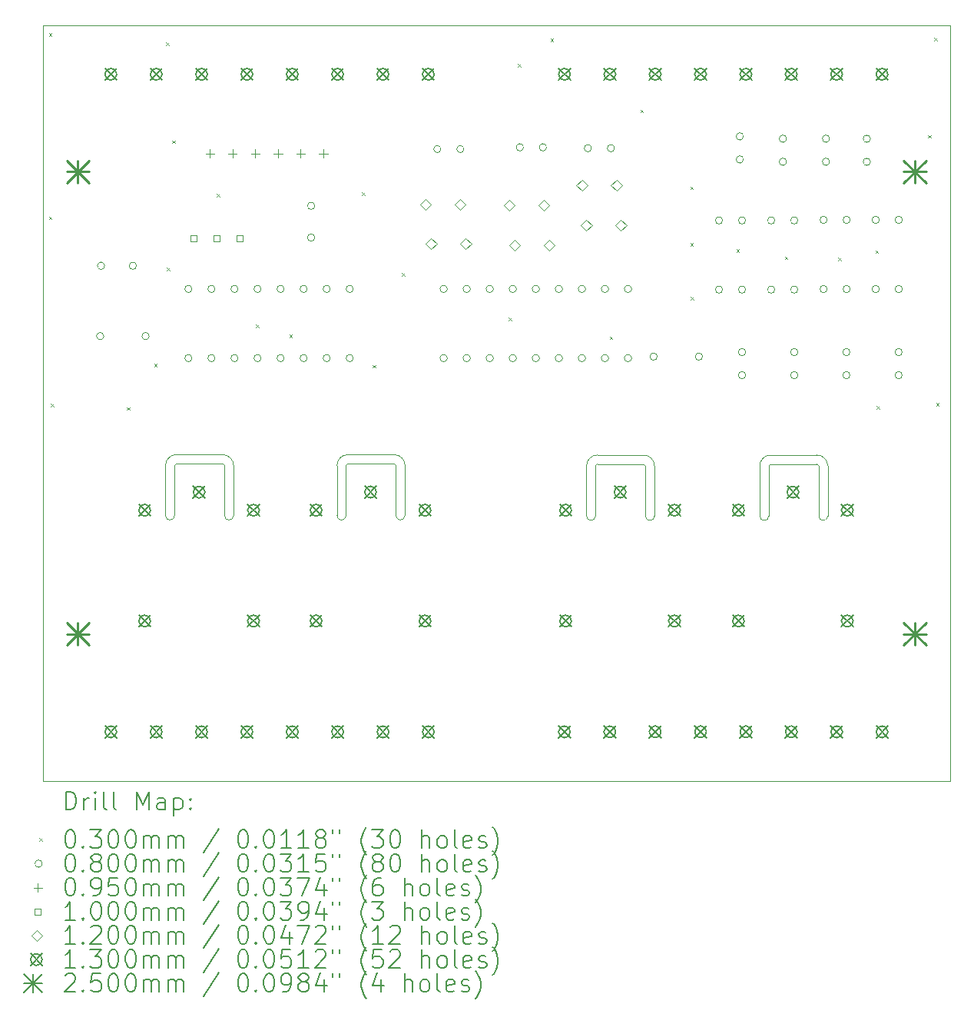
<source format=gbr>
%TF.GenerationSoftware,KiCad,Pcbnew,8.0.5*%
%TF.CreationDate,2025-03-13T21:04:34+01:00*%
%TF.ProjectId,esp32_blinds_controller,65737033-325f-4626-9c69-6e64735f636f,V0.2*%
%TF.SameCoordinates,Original*%
%TF.FileFunction,Drillmap*%
%TF.FilePolarity,Positive*%
%FSLAX45Y45*%
G04 Gerber Fmt 4.5, Leading zero omitted, Abs format (unit mm)*
G04 Created by KiCad (PCBNEW 8.0.5) date 2025-03-13 21:04:34*
%MOMM*%
%LPD*%
G01*
G04 APERTURE LIST*
%ADD10C,0.050000*%
%ADD11C,0.120000*%
%ADD12C,0.200000*%
%ADD13C,0.100000*%
%ADD14C,0.130000*%
%ADD15C,0.250000*%
G04 APERTURE END LIST*
D10*
X13990000Y-10304853D02*
G75*
G02*
X14110000Y-10424853I0J-120000D01*
G01*
X16740000Y-10310000D02*
G75*
G02*
X16860000Y-10430000I0J-120000D01*
G01*
X16860000Y-10980000D02*
G75*
G02*
X16760000Y-10980000I-50000J0D01*
G01*
X18770000Y-10980000D02*
X18770000Y-10430000D01*
X16110000Y-10980000D02*
X16110000Y-10430000D01*
X13460000Y-10974853D02*
X13460000Y-10424853D01*
X12220000Y-10975000D02*
G75*
G02*
X12120000Y-10975000I-50000J0D01*
G01*
X12220000Y-10975000D02*
X12220000Y-10425000D01*
X13480000Y-10304853D02*
X13990000Y-10304853D01*
X16230000Y-10410000D02*
X16740000Y-10410000D01*
X14110000Y-10974853D02*
X14110000Y-10424853D01*
X18120000Y-10980000D02*
G75*
G02*
X18020000Y-10980000I-50000J0D01*
G01*
X12100000Y-10305000D02*
G75*
G02*
X12220000Y-10425000I0J-120000D01*
G01*
X18140000Y-10410000D02*
X18650000Y-10410000D01*
X16210000Y-10430000D02*
G75*
G02*
X16230000Y-10410000I20000J0D01*
G01*
X13360000Y-10424853D02*
G75*
G02*
X13480000Y-10304853I120000J0D01*
G01*
X12120000Y-10975000D02*
X12120000Y-10425000D01*
X18770000Y-10980000D02*
G75*
G02*
X18670000Y-10980000I-50000J0D01*
G01*
X11590000Y-10405000D02*
X12100000Y-10405000D01*
X11570000Y-10975000D02*
X11570000Y-10425000D01*
X16740000Y-10410000D02*
G75*
G02*
X16760000Y-10430000I0J-20000D01*
G01*
X14110000Y-10974853D02*
G75*
G02*
X14010000Y-10974853I-50000J0D01*
G01*
X18670000Y-10980000D02*
X18670000Y-10430000D01*
X18020000Y-10430000D02*
G75*
G02*
X18140000Y-10310000I120000J0D01*
G01*
X13480000Y-10404853D02*
X13990000Y-10404853D01*
X18120000Y-10430000D02*
G75*
G02*
X18140000Y-10410000I20000J0D01*
G01*
X18650000Y-10410000D02*
G75*
G02*
X18670000Y-10430000I0J-20000D01*
G01*
X16210000Y-10980000D02*
G75*
G02*
X16110000Y-10980000I-50000J0D01*
G01*
X13990000Y-10404853D02*
G75*
G02*
X14010000Y-10424853I0J-20000D01*
G01*
X11570000Y-10975000D02*
G75*
G02*
X11470000Y-10975000I-50000J0D01*
G01*
X18650000Y-10310000D02*
G75*
G02*
X18770000Y-10430000I0J-120000D01*
G01*
X18020000Y-10980000D02*
X18020000Y-10430000D01*
X16210000Y-10980000D02*
X16210000Y-10430000D01*
X13460000Y-10424853D02*
G75*
G02*
X13480000Y-10404853I20000J0D01*
G01*
X11590000Y-10305000D02*
X12100000Y-10305000D01*
X12100000Y-10405000D02*
G75*
G02*
X12120000Y-10425000I0J-20000D01*
G01*
X14010000Y-10974853D02*
X14010000Y-10424853D01*
X18120000Y-10980000D02*
X18120000Y-10430000D01*
X11470000Y-10975000D02*
X11470000Y-10425000D01*
X16860000Y-10980000D02*
X16860000Y-10430000D01*
X16230000Y-10310000D02*
X16740000Y-10310000D01*
X16760000Y-10980000D02*
X16760000Y-10430000D01*
X16110000Y-10430000D02*
G75*
G02*
X16230000Y-10310000I120000J0D01*
G01*
X13460000Y-10974853D02*
G75*
G02*
X13360000Y-10974853I-50000J0D01*
G01*
X18140000Y-10310000D02*
X18650000Y-10310000D01*
X11570000Y-10425000D02*
G75*
G02*
X11590000Y-10405000I20000J0D01*
G01*
X11470000Y-10425000D02*
G75*
G02*
X11590000Y-10305000I120000J0D01*
G01*
X13360000Y-10974853D02*
X13360000Y-10424853D01*
D11*
X10117500Y-5574500D02*
X10117500Y-13899500D01*
X10117500Y-13899500D02*
X20117500Y-13899500D01*
X20117500Y-5574500D02*
X10117500Y-5574500D01*
X20117500Y-13899500D02*
X20117500Y-5574500D01*
D12*
D13*
X10185000Y-5665000D02*
X10215000Y-5695000D01*
X10215000Y-5665000D02*
X10185000Y-5695000D01*
X10185000Y-7685000D02*
X10215000Y-7715000D01*
X10215000Y-7685000D02*
X10185000Y-7715000D01*
X10205000Y-9745000D02*
X10235000Y-9775000D01*
X10235000Y-9745000D02*
X10205000Y-9775000D01*
X11045000Y-9785000D02*
X11075000Y-9815000D01*
X11075000Y-9785000D02*
X11045000Y-9815000D01*
X11345000Y-9305000D02*
X11375000Y-9335000D01*
X11375000Y-9305000D02*
X11345000Y-9335000D01*
X11475000Y-5765000D02*
X11505000Y-5795000D01*
X11505000Y-5765000D02*
X11475000Y-5795000D01*
X11485000Y-8245000D02*
X11515000Y-8275000D01*
X11515000Y-8245000D02*
X11485000Y-8275000D01*
X11545000Y-6845000D02*
X11575000Y-6875000D01*
X11575000Y-6845000D02*
X11545000Y-6875000D01*
X12035000Y-7435000D02*
X12065000Y-7465000D01*
X12065000Y-7435000D02*
X12035000Y-7465000D01*
X12469000Y-8875000D02*
X12499000Y-8905000D01*
X12499000Y-8875000D02*
X12469000Y-8905000D01*
X12835000Y-8985000D02*
X12865000Y-9015000D01*
X12865000Y-8985000D02*
X12835000Y-9015000D01*
X13635000Y-7415000D02*
X13665000Y-7445000D01*
X13665000Y-7415000D02*
X13635000Y-7445000D01*
X13752000Y-9318000D02*
X13782000Y-9348000D01*
X13782000Y-9318000D02*
X13752000Y-9348000D01*
X14075000Y-8305000D02*
X14105000Y-8335000D01*
X14105000Y-8305000D02*
X14075000Y-8335000D01*
X15255000Y-8795000D02*
X15285000Y-8825000D01*
X15285000Y-8795000D02*
X15255000Y-8825000D01*
X15355000Y-6005000D02*
X15385000Y-6035000D01*
X15385000Y-6005000D02*
X15355000Y-6035000D01*
X15715000Y-5725000D02*
X15745000Y-5755000D01*
X15745000Y-5725000D02*
X15715000Y-5755000D01*
X16365000Y-9005000D02*
X16395000Y-9035000D01*
X16395000Y-9005000D02*
X16365000Y-9035000D01*
X16705000Y-6505000D02*
X16735000Y-6535000D01*
X16735000Y-6505000D02*
X16705000Y-6535000D01*
X17255000Y-7355000D02*
X17285000Y-7385000D01*
X17285000Y-7355000D02*
X17255000Y-7385000D01*
X17255000Y-7975000D02*
X17285000Y-8005000D01*
X17285000Y-7975000D02*
X17255000Y-8005000D01*
X17260000Y-8570000D02*
X17290000Y-8600000D01*
X17290000Y-8570000D02*
X17260000Y-8600000D01*
X17765000Y-8045000D02*
X17795000Y-8075000D01*
X17795000Y-8045000D02*
X17765000Y-8075000D01*
X18295000Y-8125000D02*
X18325000Y-8155000D01*
X18325000Y-8125000D02*
X18295000Y-8155000D01*
X18885000Y-8135000D02*
X18915000Y-8165000D01*
X18915000Y-8135000D02*
X18885000Y-8165000D01*
X19295000Y-8055000D02*
X19325000Y-8085000D01*
X19325000Y-8055000D02*
X19295000Y-8085000D01*
X19310000Y-9770000D02*
X19340000Y-9800000D01*
X19340000Y-9770000D02*
X19310000Y-9800000D01*
X19875000Y-6785000D02*
X19905000Y-6815000D01*
X19905000Y-6785000D02*
X19875000Y-6815000D01*
X19945000Y-5715000D02*
X19975000Y-5745000D01*
X19975000Y-5715000D02*
X19945000Y-5745000D01*
X19965000Y-9735000D02*
X19995000Y-9765000D01*
X19995000Y-9735000D02*
X19965000Y-9765000D01*
X10790000Y-9000000D02*
G75*
G02*
X10710000Y-9000000I-40000J0D01*
G01*
X10710000Y-9000000D02*
G75*
G02*
X10790000Y-9000000I40000J0D01*
G01*
X10799735Y-8225000D02*
G75*
G02*
X10719735Y-8225000I-40000J0D01*
G01*
X10719735Y-8225000D02*
G75*
G02*
X10799735Y-8225000I40000J0D01*
G01*
X11149735Y-8225000D02*
G75*
G02*
X11069735Y-8225000I-40000J0D01*
G01*
X11069735Y-8225000D02*
G75*
G02*
X11149735Y-8225000I40000J0D01*
G01*
X11290000Y-9000000D02*
G75*
G02*
X11210000Y-9000000I-40000J0D01*
G01*
X11210000Y-9000000D02*
G75*
G02*
X11290000Y-9000000I40000J0D01*
G01*
X11762000Y-8480000D02*
G75*
G02*
X11682000Y-8480000I-40000J0D01*
G01*
X11682000Y-8480000D02*
G75*
G02*
X11762000Y-8480000I40000J0D01*
G01*
X11762000Y-9242000D02*
G75*
G02*
X11682000Y-9242000I-40000J0D01*
G01*
X11682000Y-9242000D02*
G75*
G02*
X11762000Y-9242000I40000J0D01*
G01*
X12016000Y-8480000D02*
G75*
G02*
X11936000Y-8480000I-40000J0D01*
G01*
X11936000Y-8480000D02*
G75*
G02*
X12016000Y-8480000I40000J0D01*
G01*
X12016000Y-9242000D02*
G75*
G02*
X11936000Y-9242000I-40000J0D01*
G01*
X11936000Y-9242000D02*
G75*
G02*
X12016000Y-9242000I40000J0D01*
G01*
X12270000Y-8480000D02*
G75*
G02*
X12190000Y-8480000I-40000J0D01*
G01*
X12190000Y-8480000D02*
G75*
G02*
X12270000Y-8480000I40000J0D01*
G01*
X12270000Y-9242000D02*
G75*
G02*
X12190000Y-9242000I-40000J0D01*
G01*
X12190000Y-9242000D02*
G75*
G02*
X12270000Y-9242000I40000J0D01*
G01*
X12524000Y-8480000D02*
G75*
G02*
X12444000Y-8480000I-40000J0D01*
G01*
X12444000Y-8480000D02*
G75*
G02*
X12524000Y-8480000I40000J0D01*
G01*
X12524000Y-9242000D02*
G75*
G02*
X12444000Y-9242000I-40000J0D01*
G01*
X12444000Y-9242000D02*
G75*
G02*
X12524000Y-9242000I40000J0D01*
G01*
X12778000Y-8480000D02*
G75*
G02*
X12698000Y-8480000I-40000J0D01*
G01*
X12698000Y-8480000D02*
G75*
G02*
X12778000Y-8480000I40000J0D01*
G01*
X12778000Y-9242000D02*
G75*
G02*
X12698000Y-9242000I-40000J0D01*
G01*
X12698000Y-9242000D02*
G75*
G02*
X12778000Y-9242000I40000J0D01*
G01*
X13032000Y-8480000D02*
G75*
G02*
X12952000Y-8480000I-40000J0D01*
G01*
X12952000Y-8480000D02*
G75*
G02*
X13032000Y-8480000I40000J0D01*
G01*
X13032000Y-9242000D02*
G75*
G02*
X12952000Y-9242000I-40000J0D01*
G01*
X12952000Y-9242000D02*
G75*
G02*
X13032000Y-9242000I40000J0D01*
G01*
X13115000Y-7565265D02*
G75*
G02*
X13035000Y-7565265I-40000J0D01*
G01*
X13035000Y-7565265D02*
G75*
G02*
X13115000Y-7565265I40000J0D01*
G01*
X13115000Y-7915265D02*
G75*
G02*
X13035000Y-7915265I-40000J0D01*
G01*
X13035000Y-7915265D02*
G75*
G02*
X13115000Y-7915265I40000J0D01*
G01*
X13286000Y-8480000D02*
G75*
G02*
X13206000Y-8480000I-40000J0D01*
G01*
X13206000Y-8480000D02*
G75*
G02*
X13286000Y-8480000I40000J0D01*
G01*
X13286000Y-9242000D02*
G75*
G02*
X13206000Y-9242000I-40000J0D01*
G01*
X13206000Y-9242000D02*
G75*
G02*
X13286000Y-9242000I40000J0D01*
G01*
X13540000Y-8480000D02*
G75*
G02*
X13460000Y-8480000I-40000J0D01*
G01*
X13460000Y-8480000D02*
G75*
G02*
X13540000Y-8480000I40000J0D01*
G01*
X13540000Y-9242000D02*
G75*
G02*
X13460000Y-9242000I-40000J0D01*
G01*
X13460000Y-9242000D02*
G75*
G02*
X13540000Y-9242000I40000J0D01*
G01*
X14506000Y-6940000D02*
G75*
G02*
X14426000Y-6940000I-40000J0D01*
G01*
X14426000Y-6940000D02*
G75*
G02*
X14506000Y-6940000I40000J0D01*
G01*
X14576000Y-8480000D02*
G75*
G02*
X14496000Y-8480000I-40000J0D01*
G01*
X14496000Y-8480000D02*
G75*
G02*
X14576000Y-8480000I40000J0D01*
G01*
X14576000Y-9242000D02*
G75*
G02*
X14496000Y-9242000I-40000J0D01*
G01*
X14496000Y-9242000D02*
G75*
G02*
X14576000Y-9242000I40000J0D01*
G01*
X14760000Y-6940000D02*
G75*
G02*
X14680000Y-6940000I-40000J0D01*
G01*
X14680000Y-6940000D02*
G75*
G02*
X14760000Y-6940000I40000J0D01*
G01*
X14830000Y-8480000D02*
G75*
G02*
X14750000Y-8480000I-40000J0D01*
G01*
X14750000Y-8480000D02*
G75*
G02*
X14830000Y-8480000I40000J0D01*
G01*
X14830000Y-9242000D02*
G75*
G02*
X14750000Y-9242000I-40000J0D01*
G01*
X14750000Y-9242000D02*
G75*
G02*
X14830000Y-9242000I40000J0D01*
G01*
X15084000Y-8480000D02*
G75*
G02*
X15004000Y-8480000I-40000J0D01*
G01*
X15004000Y-8480000D02*
G75*
G02*
X15084000Y-8480000I40000J0D01*
G01*
X15084000Y-9242000D02*
G75*
G02*
X15004000Y-9242000I-40000J0D01*
G01*
X15004000Y-9242000D02*
G75*
G02*
X15084000Y-9242000I40000J0D01*
G01*
X15338000Y-8480000D02*
G75*
G02*
X15258000Y-8480000I-40000J0D01*
G01*
X15258000Y-8480000D02*
G75*
G02*
X15338000Y-8480000I40000J0D01*
G01*
X15338000Y-9242000D02*
G75*
G02*
X15258000Y-9242000I-40000J0D01*
G01*
X15258000Y-9242000D02*
G75*
G02*
X15338000Y-9242000I40000J0D01*
G01*
X15415500Y-6920000D02*
G75*
G02*
X15335500Y-6920000I-40000J0D01*
G01*
X15335500Y-6920000D02*
G75*
G02*
X15415500Y-6920000I40000J0D01*
G01*
X15592000Y-8480000D02*
G75*
G02*
X15512000Y-8480000I-40000J0D01*
G01*
X15512000Y-8480000D02*
G75*
G02*
X15592000Y-8480000I40000J0D01*
G01*
X15592000Y-9242000D02*
G75*
G02*
X15512000Y-9242000I-40000J0D01*
G01*
X15512000Y-9242000D02*
G75*
G02*
X15592000Y-9242000I40000J0D01*
G01*
X15669500Y-6920000D02*
G75*
G02*
X15589500Y-6920000I-40000J0D01*
G01*
X15589500Y-6920000D02*
G75*
G02*
X15669500Y-6920000I40000J0D01*
G01*
X15846000Y-8480000D02*
G75*
G02*
X15766000Y-8480000I-40000J0D01*
G01*
X15766000Y-8480000D02*
G75*
G02*
X15846000Y-8480000I40000J0D01*
G01*
X15846000Y-9242000D02*
G75*
G02*
X15766000Y-9242000I-40000J0D01*
G01*
X15766000Y-9242000D02*
G75*
G02*
X15846000Y-9242000I40000J0D01*
G01*
X16100000Y-8480000D02*
G75*
G02*
X16020000Y-8480000I-40000J0D01*
G01*
X16020000Y-8480000D02*
G75*
G02*
X16100000Y-8480000I40000J0D01*
G01*
X16100000Y-9242000D02*
G75*
G02*
X16020000Y-9242000I-40000J0D01*
G01*
X16020000Y-9242000D02*
G75*
G02*
X16100000Y-9242000I40000J0D01*
G01*
X16165500Y-6930000D02*
G75*
G02*
X16085500Y-6930000I-40000J0D01*
G01*
X16085500Y-6930000D02*
G75*
G02*
X16165500Y-6930000I40000J0D01*
G01*
X16354000Y-8480000D02*
G75*
G02*
X16274000Y-8480000I-40000J0D01*
G01*
X16274000Y-8480000D02*
G75*
G02*
X16354000Y-8480000I40000J0D01*
G01*
X16354000Y-9242000D02*
G75*
G02*
X16274000Y-9242000I-40000J0D01*
G01*
X16274000Y-9242000D02*
G75*
G02*
X16354000Y-9242000I40000J0D01*
G01*
X16419500Y-6930000D02*
G75*
G02*
X16339500Y-6930000I-40000J0D01*
G01*
X16339500Y-6930000D02*
G75*
G02*
X16419500Y-6930000I40000J0D01*
G01*
X16608000Y-8480000D02*
G75*
G02*
X16528000Y-8480000I-40000J0D01*
G01*
X16528000Y-8480000D02*
G75*
G02*
X16608000Y-8480000I40000J0D01*
G01*
X16608000Y-9242000D02*
G75*
G02*
X16528000Y-9242000I-40000J0D01*
G01*
X16528000Y-9242000D02*
G75*
G02*
X16608000Y-9242000I40000J0D01*
G01*
X16890000Y-9225000D02*
G75*
G02*
X16810000Y-9225000I-40000J0D01*
G01*
X16810000Y-9225000D02*
G75*
G02*
X16890000Y-9225000I40000J0D01*
G01*
X17390000Y-9225000D02*
G75*
G02*
X17310000Y-9225000I-40000J0D01*
G01*
X17310000Y-9225000D02*
G75*
G02*
X17390000Y-9225000I40000J0D01*
G01*
X17611000Y-7725000D02*
G75*
G02*
X17531000Y-7725000I-40000J0D01*
G01*
X17531000Y-7725000D02*
G75*
G02*
X17611000Y-7725000I40000J0D01*
G01*
X17611000Y-8487000D02*
G75*
G02*
X17531000Y-8487000I-40000J0D01*
G01*
X17531000Y-8487000D02*
G75*
G02*
X17611000Y-8487000I40000J0D01*
G01*
X17840000Y-6800500D02*
G75*
G02*
X17760000Y-6800500I-40000J0D01*
G01*
X17760000Y-6800500D02*
G75*
G02*
X17840000Y-6800500I40000J0D01*
G01*
X17840000Y-7054500D02*
G75*
G02*
X17760000Y-7054500I-40000J0D01*
G01*
X17760000Y-7054500D02*
G75*
G02*
X17840000Y-7054500I40000J0D01*
G01*
X17865000Y-7725000D02*
G75*
G02*
X17785000Y-7725000I-40000J0D01*
G01*
X17785000Y-7725000D02*
G75*
G02*
X17865000Y-7725000I40000J0D01*
G01*
X17865000Y-8487000D02*
G75*
G02*
X17785000Y-8487000I-40000J0D01*
G01*
X17785000Y-8487000D02*
G75*
G02*
X17865000Y-8487000I40000J0D01*
G01*
X17865000Y-9175500D02*
G75*
G02*
X17785000Y-9175500I-40000J0D01*
G01*
X17785000Y-9175500D02*
G75*
G02*
X17865000Y-9175500I40000J0D01*
G01*
X17865000Y-9429500D02*
G75*
G02*
X17785000Y-9429500I-40000J0D01*
G01*
X17785000Y-9429500D02*
G75*
G02*
X17865000Y-9429500I40000J0D01*
G01*
X18186000Y-7725000D02*
G75*
G02*
X18106000Y-7725000I-40000J0D01*
G01*
X18106000Y-7725000D02*
G75*
G02*
X18186000Y-7725000I40000J0D01*
G01*
X18186000Y-8487000D02*
G75*
G02*
X18106000Y-8487000I-40000J0D01*
G01*
X18106000Y-8487000D02*
G75*
G02*
X18186000Y-8487000I40000J0D01*
G01*
X18315000Y-6825500D02*
G75*
G02*
X18235000Y-6825500I-40000J0D01*
G01*
X18235000Y-6825500D02*
G75*
G02*
X18315000Y-6825500I40000J0D01*
G01*
X18315000Y-7079500D02*
G75*
G02*
X18235000Y-7079500I-40000J0D01*
G01*
X18235000Y-7079500D02*
G75*
G02*
X18315000Y-7079500I40000J0D01*
G01*
X18440000Y-7725000D02*
G75*
G02*
X18360000Y-7725000I-40000J0D01*
G01*
X18360000Y-7725000D02*
G75*
G02*
X18440000Y-7725000I40000J0D01*
G01*
X18440000Y-8487000D02*
G75*
G02*
X18360000Y-8487000I-40000J0D01*
G01*
X18360000Y-8487000D02*
G75*
G02*
X18440000Y-8487000I40000J0D01*
G01*
X18440000Y-9176000D02*
G75*
G02*
X18360000Y-9176000I-40000J0D01*
G01*
X18360000Y-9176000D02*
G75*
G02*
X18440000Y-9176000I40000J0D01*
G01*
X18440000Y-9430000D02*
G75*
G02*
X18360000Y-9430000I-40000J0D01*
G01*
X18360000Y-9430000D02*
G75*
G02*
X18440000Y-9430000I40000J0D01*
G01*
X18763500Y-7720000D02*
G75*
G02*
X18683500Y-7720000I-40000J0D01*
G01*
X18683500Y-7720000D02*
G75*
G02*
X18763500Y-7720000I40000J0D01*
G01*
X18763500Y-8482000D02*
G75*
G02*
X18683500Y-8482000I-40000J0D01*
G01*
X18683500Y-8482000D02*
G75*
G02*
X18763500Y-8482000I40000J0D01*
G01*
X18790000Y-6825500D02*
G75*
G02*
X18710000Y-6825500I-40000J0D01*
G01*
X18710000Y-6825500D02*
G75*
G02*
X18790000Y-6825500I40000J0D01*
G01*
X18790000Y-7079500D02*
G75*
G02*
X18710000Y-7079500I-40000J0D01*
G01*
X18710000Y-7079500D02*
G75*
G02*
X18790000Y-7079500I40000J0D01*
G01*
X19015000Y-9176000D02*
G75*
G02*
X18935000Y-9176000I-40000J0D01*
G01*
X18935000Y-9176000D02*
G75*
G02*
X19015000Y-9176000I40000J0D01*
G01*
X19015000Y-9430000D02*
G75*
G02*
X18935000Y-9430000I-40000J0D01*
G01*
X18935000Y-9430000D02*
G75*
G02*
X19015000Y-9430000I40000J0D01*
G01*
X19017500Y-7720000D02*
G75*
G02*
X18937500Y-7720000I-40000J0D01*
G01*
X18937500Y-7720000D02*
G75*
G02*
X19017500Y-7720000I40000J0D01*
G01*
X19017500Y-8482000D02*
G75*
G02*
X18937500Y-8482000I-40000J0D01*
G01*
X18937500Y-8482000D02*
G75*
G02*
X19017500Y-8482000I40000J0D01*
G01*
X19240000Y-6825500D02*
G75*
G02*
X19160000Y-6825500I-40000J0D01*
G01*
X19160000Y-6825500D02*
G75*
G02*
X19240000Y-6825500I40000J0D01*
G01*
X19240000Y-7079500D02*
G75*
G02*
X19160000Y-7079500I-40000J0D01*
G01*
X19160000Y-7079500D02*
G75*
G02*
X19240000Y-7079500I40000J0D01*
G01*
X19338500Y-7720000D02*
G75*
G02*
X19258500Y-7720000I-40000J0D01*
G01*
X19258500Y-7720000D02*
G75*
G02*
X19338500Y-7720000I40000J0D01*
G01*
X19338500Y-8482000D02*
G75*
G02*
X19258500Y-8482000I-40000J0D01*
G01*
X19258500Y-8482000D02*
G75*
G02*
X19338500Y-8482000I40000J0D01*
G01*
X19590000Y-9176000D02*
G75*
G02*
X19510000Y-9176000I-40000J0D01*
G01*
X19510000Y-9176000D02*
G75*
G02*
X19590000Y-9176000I40000J0D01*
G01*
X19590000Y-9430000D02*
G75*
G02*
X19510000Y-9430000I-40000J0D01*
G01*
X19510000Y-9430000D02*
G75*
G02*
X19590000Y-9430000I40000J0D01*
G01*
X19592500Y-7720000D02*
G75*
G02*
X19512500Y-7720000I-40000J0D01*
G01*
X19512500Y-7720000D02*
G75*
G02*
X19592500Y-7720000I40000J0D01*
G01*
X19592500Y-8482000D02*
G75*
G02*
X19512500Y-8482000I-40000J0D01*
G01*
X19512500Y-8482000D02*
G75*
G02*
X19592500Y-8482000I40000J0D01*
G01*
X11960000Y-6942500D02*
X11960000Y-7037500D01*
X11912500Y-6990000D02*
X12007500Y-6990000D01*
X12210000Y-6942500D02*
X12210000Y-7037500D01*
X12162500Y-6990000D02*
X12257500Y-6990000D01*
X12460000Y-6942500D02*
X12460000Y-7037500D01*
X12412500Y-6990000D02*
X12507500Y-6990000D01*
X12710000Y-6942500D02*
X12710000Y-7037500D01*
X12662500Y-6990000D02*
X12757500Y-6990000D01*
X12960000Y-6942500D02*
X12960000Y-7037500D01*
X12912500Y-6990000D02*
X13007500Y-6990000D01*
X13210000Y-6942500D02*
X13210000Y-7037500D01*
X13162500Y-6990000D02*
X13257500Y-6990000D01*
X11815656Y-7956106D02*
X11815656Y-7885394D01*
X11744944Y-7885394D01*
X11744944Y-7956106D01*
X11815656Y-7956106D01*
X12069656Y-7956106D02*
X12069656Y-7885394D01*
X11998944Y-7885394D01*
X11998944Y-7956106D01*
X12069656Y-7956106D01*
X12323656Y-7956106D02*
X12323656Y-7885394D01*
X12252944Y-7885394D01*
X12252944Y-7956106D01*
X12323656Y-7956106D01*
D11*
X14339500Y-7610000D02*
X14399500Y-7550000D01*
X14339500Y-7490000D01*
X14279500Y-7550000D01*
X14339500Y-7610000D01*
X14399500Y-8040000D02*
X14459500Y-7980000D01*
X14399500Y-7920000D01*
X14339500Y-7980000D01*
X14399500Y-8040000D01*
X14720500Y-7610000D02*
X14780500Y-7550000D01*
X14720500Y-7490000D01*
X14660500Y-7550000D01*
X14720500Y-7610000D01*
X14780500Y-8040000D02*
X14840500Y-7980000D01*
X14780500Y-7920000D01*
X14720500Y-7980000D01*
X14780500Y-8040000D01*
X15259500Y-7620000D02*
X15319500Y-7560000D01*
X15259500Y-7500000D01*
X15199500Y-7560000D01*
X15259500Y-7620000D01*
X15319500Y-8060000D02*
X15379500Y-8000000D01*
X15319500Y-7940000D01*
X15259500Y-8000000D01*
X15319500Y-8060000D01*
X15640500Y-7620000D02*
X15700500Y-7560000D01*
X15640500Y-7500000D01*
X15580500Y-7560000D01*
X15640500Y-7620000D01*
X15700500Y-8060000D02*
X15760500Y-8000000D01*
X15700500Y-7940000D01*
X15640500Y-8000000D01*
X15700500Y-8060000D01*
X16059500Y-7400000D02*
X16119500Y-7340000D01*
X16059500Y-7280000D01*
X15999500Y-7340000D01*
X16059500Y-7400000D01*
X16109500Y-7840000D02*
X16169500Y-7780000D01*
X16109500Y-7720000D01*
X16049500Y-7780000D01*
X16109500Y-7840000D01*
X16440500Y-7400000D02*
X16500500Y-7340000D01*
X16440500Y-7280000D01*
X16380500Y-7340000D01*
X16440500Y-7400000D01*
X16490500Y-7840000D02*
X16550500Y-7780000D01*
X16490500Y-7720000D01*
X16430500Y-7780000D01*
X16490500Y-7840000D01*
D14*
X10802500Y-6051000D02*
X10932500Y-6181000D01*
X10932500Y-6051000D02*
X10802500Y-6181000D01*
X10932500Y-6116000D02*
G75*
G02*
X10802500Y-6116000I-65000J0D01*
G01*
X10802500Y-6116000D02*
G75*
G02*
X10932500Y-6116000I65000J0D01*
G01*
X10802500Y-13293000D02*
X10932500Y-13423000D01*
X10932500Y-13293000D02*
X10802500Y-13423000D01*
X10932500Y-13358000D02*
G75*
G02*
X10802500Y-13358000I-65000J0D01*
G01*
X10802500Y-13358000D02*
G75*
G02*
X10932500Y-13358000I65000J0D01*
G01*
X11175000Y-10852250D02*
X11305000Y-10982250D01*
X11305000Y-10852250D02*
X11175000Y-10982250D01*
X11305000Y-10917250D02*
G75*
G02*
X11175000Y-10917250I-65000J0D01*
G01*
X11175000Y-10917250D02*
G75*
G02*
X11305000Y-10917250I65000J0D01*
G01*
X11175000Y-12072250D02*
X11305000Y-12202250D01*
X11305000Y-12072250D02*
X11175000Y-12202250D01*
X11305000Y-12137250D02*
G75*
G02*
X11175000Y-12137250I-65000J0D01*
G01*
X11175000Y-12137250D02*
G75*
G02*
X11305000Y-12137250I65000J0D01*
G01*
X11302500Y-6051000D02*
X11432500Y-6181000D01*
X11432500Y-6051000D02*
X11302500Y-6181000D01*
X11432500Y-6116000D02*
G75*
G02*
X11302500Y-6116000I-65000J0D01*
G01*
X11302500Y-6116000D02*
G75*
G02*
X11432500Y-6116000I65000J0D01*
G01*
X11302500Y-13293000D02*
X11432500Y-13423000D01*
X11432500Y-13293000D02*
X11302500Y-13423000D01*
X11432500Y-13358000D02*
G75*
G02*
X11302500Y-13358000I-65000J0D01*
G01*
X11302500Y-13358000D02*
G75*
G02*
X11432500Y-13358000I65000J0D01*
G01*
X11775000Y-10652250D02*
X11905000Y-10782250D01*
X11905000Y-10652250D02*
X11775000Y-10782250D01*
X11905000Y-10717250D02*
G75*
G02*
X11775000Y-10717250I-65000J0D01*
G01*
X11775000Y-10717250D02*
G75*
G02*
X11905000Y-10717250I65000J0D01*
G01*
X11802500Y-6051000D02*
X11932500Y-6181000D01*
X11932500Y-6051000D02*
X11802500Y-6181000D01*
X11932500Y-6116000D02*
G75*
G02*
X11802500Y-6116000I-65000J0D01*
G01*
X11802500Y-6116000D02*
G75*
G02*
X11932500Y-6116000I65000J0D01*
G01*
X11802500Y-13293000D02*
X11932500Y-13423000D01*
X11932500Y-13293000D02*
X11802500Y-13423000D01*
X11932500Y-13358000D02*
G75*
G02*
X11802500Y-13358000I-65000J0D01*
G01*
X11802500Y-13358000D02*
G75*
G02*
X11932500Y-13358000I65000J0D01*
G01*
X12302500Y-6051000D02*
X12432500Y-6181000D01*
X12432500Y-6051000D02*
X12302500Y-6181000D01*
X12432500Y-6116000D02*
G75*
G02*
X12302500Y-6116000I-65000J0D01*
G01*
X12302500Y-6116000D02*
G75*
G02*
X12432500Y-6116000I65000J0D01*
G01*
X12302500Y-13293000D02*
X12432500Y-13423000D01*
X12432500Y-13293000D02*
X12302500Y-13423000D01*
X12432500Y-13358000D02*
G75*
G02*
X12302500Y-13358000I-65000J0D01*
G01*
X12302500Y-13358000D02*
G75*
G02*
X12432500Y-13358000I65000J0D01*
G01*
X12375000Y-10852250D02*
X12505000Y-10982250D01*
X12505000Y-10852250D02*
X12375000Y-10982250D01*
X12505000Y-10917250D02*
G75*
G02*
X12375000Y-10917250I-65000J0D01*
G01*
X12375000Y-10917250D02*
G75*
G02*
X12505000Y-10917250I65000J0D01*
G01*
X12375000Y-12072250D02*
X12505000Y-12202250D01*
X12505000Y-12072250D02*
X12375000Y-12202250D01*
X12505000Y-12137250D02*
G75*
G02*
X12375000Y-12137250I-65000J0D01*
G01*
X12375000Y-12137250D02*
G75*
G02*
X12505000Y-12137250I65000J0D01*
G01*
X12802500Y-6051000D02*
X12932500Y-6181000D01*
X12932500Y-6051000D02*
X12802500Y-6181000D01*
X12932500Y-6116000D02*
G75*
G02*
X12802500Y-6116000I-65000J0D01*
G01*
X12802500Y-6116000D02*
G75*
G02*
X12932500Y-6116000I65000J0D01*
G01*
X12802500Y-13293000D02*
X12932500Y-13423000D01*
X12932500Y-13293000D02*
X12802500Y-13423000D01*
X12932500Y-13358000D02*
G75*
G02*
X12802500Y-13358000I-65000J0D01*
G01*
X12802500Y-13358000D02*
G75*
G02*
X12932500Y-13358000I65000J0D01*
G01*
X13065000Y-10852250D02*
X13195000Y-10982250D01*
X13195000Y-10852250D02*
X13065000Y-10982250D01*
X13195000Y-10917250D02*
G75*
G02*
X13065000Y-10917250I-65000J0D01*
G01*
X13065000Y-10917250D02*
G75*
G02*
X13195000Y-10917250I65000J0D01*
G01*
X13065000Y-12072250D02*
X13195000Y-12202250D01*
X13195000Y-12072250D02*
X13065000Y-12202250D01*
X13195000Y-12137250D02*
G75*
G02*
X13065000Y-12137250I-65000J0D01*
G01*
X13065000Y-12137250D02*
G75*
G02*
X13195000Y-12137250I65000J0D01*
G01*
X13302500Y-6051000D02*
X13432500Y-6181000D01*
X13432500Y-6051000D02*
X13302500Y-6181000D01*
X13432500Y-6116000D02*
G75*
G02*
X13302500Y-6116000I-65000J0D01*
G01*
X13302500Y-6116000D02*
G75*
G02*
X13432500Y-6116000I65000J0D01*
G01*
X13302500Y-13293000D02*
X13432500Y-13423000D01*
X13432500Y-13293000D02*
X13302500Y-13423000D01*
X13432500Y-13358000D02*
G75*
G02*
X13302500Y-13358000I-65000J0D01*
G01*
X13302500Y-13358000D02*
G75*
G02*
X13432500Y-13358000I65000J0D01*
G01*
X13665000Y-10652250D02*
X13795000Y-10782250D01*
X13795000Y-10652250D02*
X13665000Y-10782250D01*
X13795000Y-10717250D02*
G75*
G02*
X13665000Y-10717250I-65000J0D01*
G01*
X13665000Y-10717250D02*
G75*
G02*
X13795000Y-10717250I65000J0D01*
G01*
X13802500Y-6051000D02*
X13932500Y-6181000D01*
X13932500Y-6051000D02*
X13802500Y-6181000D01*
X13932500Y-6116000D02*
G75*
G02*
X13802500Y-6116000I-65000J0D01*
G01*
X13802500Y-6116000D02*
G75*
G02*
X13932500Y-6116000I65000J0D01*
G01*
X13802500Y-13293000D02*
X13932500Y-13423000D01*
X13932500Y-13293000D02*
X13802500Y-13423000D01*
X13932500Y-13358000D02*
G75*
G02*
X13802500Y-13358000I-65000J0D01*
G01*
X13802500Y-13358000D02*
G75*
G02*
X13932500Y-13358000I65000J0D01*
G01*
X14265000Y-10852250D02*
X14395000Y-10982250D01*
X14395000Y-10852250D02*
X14265000Y-10982250D01*
X14395000Y-10917250D02*
G75*
G02*
X14265000Y-10917250I-65000J0D01*
G01*
X14265000Y-10917250D02*
G75*
G02*
X14395000Y-10917250I65000J0D01*
G01*
X14265000Y-12072250D02*
X14395000Y-12202250D01*
X14395000Y-12072250D02*
X14265000Y-12202250D01*
X14395000Y-12137250D02*
G75*
G02*
X14265000Y-12137250I-65000J0D01*
G01*
X14265000Y-12137250D02*
G75*
G02*
X14395000Y-12137250I65000J0D01*
G01*
X14302500Y-6051000D02*
X14432500Y-6181000D01*
X14432500Y-6051000D02*
X14302500Y-6181000D01*
X14432500Y-6116000D02*
G75*
G02*
X14302500Y-6116000I-65000J0D01*
G01*
X14302500Y-6116000D02*
G75*
G02*
X14432500Y-6116000I65000J0D01*
G01*
X14302500Y-13293000D02*
X14432500Y-13423000D01*
X14432500Y-13293000D02*
X14302500Y-13423000D01*
X14432500Y-13358000D02*
G75*
G02*
X14302500Y-13358000I-65000J0D01*
G01*
X14302500Y-13358000D02*
G75*
G02*
X14432500Y-13358000I65000J0D01*
G01*
X15802500Y-6051000D02*
X15932500Y-6181000D01*
X15932500Y-6051000D02*
X15802500Y-6181000D01*
X15932500Y-6116000D02*
G75*
G02*
X15802500Y-6116000I-65000J0D01*
G01*
X15802500Y-6116000D02*
G75*
G02*
X15932500Y-6116000I65000J0D01*
G01*
X15802500Y-13293000D02*
X15932500Y-13423000D01*
X15932500Y-13293000D02*
X15802500Y-13423000D01*
X15932500Y-13358000D02*
G75*
G02*
X15802500Y-13358000I-65000J0D01*
G01*
X15802500Y-13358000D02*
G75*
G02*
X15932500Y-13358000I65000J0D01*
G01*
X15815000Y-10852250D02*
X15945000Y-10982250D01*
X15945000Y-10852250D02*
X15815000Y-10982250D01*
X15945000Y-10917250D02*
G75*
G02*
X15815000Y-10917250I-65000J0D01*
G01*
X15815000Y-10917250D02*
G75*
G02*
X15945000Y-10917250I65000J0D01*
G01*
X15815000Y-12072250D02*
X15945000Y-12202250D01*
X15945000Y-12072250D02*
X15815000Y-12202250D01*
X15945000Y-12137250D02*
G75*
G02*
X15815000Y-12137250I-65000J0D01*
G01*
X15815000Y-12137250D02*
G75*
G02*
X15945000Y-12137250I65000J0D01*
G01*
X16302500Y-6051000D02*
X16432500Y-6181000D01*
X16432500Y-6051000D02*
X16302500Y-6181000D01*
X16432500Y-6116000D02*
G75*
G02*
X16302500Y-6116000I-65000J0D01*
G01*
X16302500Y-6116000D02*
G75*
G02*
X16432500Y-6116000I65000J0D01*
G01*
X16302500Y-13293000D02*
X16432500Y-13423000D01*
X16432500Y-13293000D02*
X16302500Y-13423000D01*
X16432500Y-13358000D02*
G75*
G02*
X16302500Y-13358000I-65000J0D01*
G01*
X16302500Y-13358000D02*
G75*
G02*
X16432500Y-13358000I65000J0D01*
G01*
X16415000Y-10652250D02*
X16545000Y-10782250D01*
X16545000Y-10652250D02*
X16415000Y-10782250D01*
X16545000Y-10717250D02*
G75*
G02*
X16415000Y-10717250I-65000J0D01*
G01*
X16415000Y-10717250D02*
G75*
G02*
X16545000Y-10717250I65000J0D01*
G01*
X16802500Y-6051000D02*
X16932500Y-6181000D01*
X16932500Y-6051000D02*
X16802500Y-6181000D01*
X16932500Y-6116000D02*
G75*
G02*
X16802500Y-6116000I-65000J0D01*
G01*
X16802500Y-6116000D02*
G75*
G02*
X16932500Y-6116000I65000J0D01*
G01*
X16802500Y-13293000D02*
X16932500Y-13423000D01*
X16932500Y-13293000D02*
X16802500Y-13423000D01*
X16932500Y-13358000D02*
G75*
G02*
X16802500Y-13358000I-65000J0D01*
G01*
X16802500Y-13358000D02*
G75*
G02*
X16932500Y-13358000I65000J0D01*
G01*
X17015000Y-10852250D02*
X17145000Y-10982250D01*
X17145000Y-10852250D02*
X17015000Y-10982250D01*
X17145000Y-10917250D02*
G75*
G02*
X17015000Y-10917250I-65000J0D01*
G01*
X17015000Y-10917250D02*
G75*
G02*
X17145000Y-10917250I65000J0D01*
G01*
X17015000Y-12072250D02*
X17145000Y-12202250D01*
X17145000Y-12072250D02*
X17015000Y-12202250D01*
X17145000Y-12137250D02*
G75*
G02*
X17015000Y-12137250I-65000J0D01*
G01*
X17015000Y-12137250D02*
G75*
G02*
X17145000Y-12137250I65000J0D01*
G01*
X17302500Y-6051000D02*
X17432500Y-6181000D01*
X17432500Y-6051000D02*
X17302500Y-6181000D01*
X17432500Y-6116000D02*
G75*
G02*
X17302500Y-6116000I-65000J0D01*
G01*
X17302500Y-6116000D02*
G75*
G02*
X17432500Y-6116000I65000J0D01*
G01*
X17302500Y-13293000D02*
X17432500Y-13423000D01*
X17432500Y-13293000D02*
X17302500Y-13423000D01*
X17432500Y-13358000D02*
G75*
G02*
X17302500Y-13358000I-65000J0D01*
G01*
X17302500Y-13358000D02*
G75*
G02*
X17432500Y-13358000I65000J0D01*
G01*
X17720000Y-10852250D02*
X17850000Y-10982250D01*
X17850000Y-10852250D02*
X17720000Y-10982250D01*
X17850000Y-10917250D02*
G75*
G02*
X17720000Y-10917250I-65000J0D01*
G01*
X17720000Y-10917250D02*
G75*
G02*
X17850000Y-10917250I65000J0D01*
G01*
X17720000Y-12072250D02*
X17850000Y-12202250D01*
X17850000Y-12072250D02*
X17720000Y-12202250D01*
X17850000Y-12137250D02*
G75*
G02*
X17720000Y-12137250I-65000J0D01*
G01*
X17720000Y-12137250D02*
G75*
G02*
X17850000Y-12137250I65000J0D01*
G01*
X17802500Y-6051000D02*
X17932500Y-6181000D01*
X17932500Y-6051000D02*
X17802500Y-6181000D01*
X17932500Y-6116000D02*
G75*
G02*
X17802500Y-6116000I-65000J0D01*
G01*
X17802500Y-6116000D02*
G75*
G02*
X17932500Y-6116000I65000J0D01*
G01*
X17802500Y-13293000D02*
X17932500Y-13423000D01*
X17932500Y-13293000D02*
X17802500Y-13423000D01*
X17932500Y-13358000D02*
G75*
G02*
X17802500Y-13358000I-65000J0D01*
G01*
X17802500Y-13358000D02*
G75*
G02*
X17932500Y-13358000I65000J0D01*
G01*
X18302500Y-6051000D02*
X18432500Y-6181000D01*
X18432500Y-6051000D02*
X18302500Y-6181000D01*
X18432500Y-6116000D02*
G75*
G02*
X18302500Y-6116000I-65000J0D01*
G01*
X18302500Y-6116000D02*
G75*
G02*
X18432500Y-6116000I65000J0D01*
G01*
X18302500Y-13293000D02*
X18432500Y-13423000D01*
X18432500Y-13293000D02*
X18302500Y-13423000D01*
X18432500Y-13358000D02*
G75*
G02*
X18302500Y-13358000I-65000J0D01*
G01*
X18302500Y-13358000D02*
G75*
G02*
X18432500Y-13358000I65000J0D01*
G01*
X18320000Y-10652250D02*
X18450000Y-10782250D01*
X18450000Y-10652250D02*
X18320000Y-10782250D01*
X18450000Y-10717250D02*
G75*
G02*
X18320000Y-10717250I-65000J0D01*
G01*
X18320000Y-10717250D02*
G75*
G02*
X18450000Y-10717250I65000J0D01*
G01*
X18802500Y-6051000D02*
X18932500Y-6181000D01*
X18932500Y-6051000D02*
X18802500Y-6181000D01*
X18932500Y-6116000D02*
G75*
G02*
X18802500Y-6116000I-65000J0D01*
G01*
X18802500Y-6116000D02*
G75*
G02*
X18932500Y-6116000I65000J0D01*
G01*
X18802500Y-13293000D02*
X18932500Y-13423000D01*
X18932500Y-13293000D02*
X18802500Y-13423000D01*
X18932500Y-13358000D02*
G75*
G02*
X18802500Y-13358000I-65000J0D01*
G01*
X18802500Y-13358000D02*
G75*
G02*
X18932500Y-13358000I65000J0D01*
G01*
X18920000Y-10852250D02*
X19050000Y-10982250D01*
X19050000Y-10852250D02*
X18920000Y-10982250D01*
X19050000Y-10917250D02*
G75*
G02*
X18920000Y-10917250I-65000J0D01*
G01*
X18920000Y-10917250D02*
G75*
G02*
X19050000Y-10917250I65000J0D01*
G01*
X18920000Y-12072250D02*
X19050000Y-12202250D01*
X19050000Y-12072250D02*
X18920000Y-12202250D01*
X19050000Y-12137250D02*
G75*
G02*
X18920000Y-12137250I-65000J0D01*
G01*
X18920000Y-12137250D02*
G75*
G02*
X19050000Y-12137250I65000J0D01*
G01*
X19302500Y-6051000D02*
X19432500Y-6181000D01*
X19432500Y-6051000D02*
X19302500Y-6181000D01*
X19432500Y-6116000D02*
G75*
G02*
X19302500Y-6116000I-65000J0D01*
G01*
X19302500Y-6116000D02*
G75*
G02*
X19432500Y-6116000I65000J0D01*
G01*
X19302500Y-13293000D02*
X19432500Y-13423000D01*
X19432500Y-13293000D02*
X19302500Y-13423000D01*
X19432500Y-13358000D02*
G75*
G02*
X19302500Y-13358000I-65000J0D01*
G01*
X19302500Y-13358000D02*
G75*
G02*
X19432500Y-13358000I65000J0D01*
G01*
D15*
X10380000Y-7065000D02*
X10630000Y-7315000D01*
X10630000Y-7065000D02*
X10380000Y-7315000D01*
X10505000Y-7065000D02*
X10505000Y-7315000D01*
X10380000Y-7190000D02*
X10630000Y-7190000D01*
X10380000Y-12155000D02*
X10630000Y-12405000D01*
X10630000Y-12155000D02*
X10380000Y-12405000D01*
X10505000Y-12155000D02*
X10505000Y-12405000D01*
X10380000Y-12280000D02*
X10630000Y-12280000D01*
X19605000Y-7065000D02*
X19855000Y-7315000D01*
X19855000Y-7065000D02*
X19605000Y-7315000D01*
X19730000Y-7065000D02*
X19730000Y-7315000D01*
X19605000Y-7190000D02*
X19855000Y-7190000D01*
X19605000Y-12155000D02*
X19855000Y-12405000D01*
X19855000Y-12155000D02*
X19605000Y-12405000D01*
X19730000Y-12155000D02*
X19730000Y-12405000D01*
X19605000Y-12280000D02*
X19855000Y-12280000D01*
D12*
X10372277Y-14216984D02*
X10372277Y-14016984D01*
X10372277Y-14016984D02*
X10419896Y-14016984D01*
X10419896Y-14016984D02*
X10448467Y-14026508D01*
X10448467Y-14026508D02*
X10467515Y-14045555D01*
X10467515Y-14045555D02*
X10477039Y-14064603D01*
X10477039Y-14064603D02*
X10486563Y-14102698D01*
X10486563Y-14102698D02*
X10486563Y-14131269D01*
X10486563Y-14131269D02*
X10477039Y-14169365D01*
X10477039Y-14169365D02*
X10467515Y-14188412D01*
X10467515Y-14188412D02*
X10448467Y-14207460D01*
X10448467Y-14207460D02*
X10419896Y-14216984D01*
X10419896Y-14216984D02*
X10372277Y-14216984D01*
X10572277Y-14216984D02*
X10572277Y-14083650D01*
X10572277Y-14121746D02*
X10581801Y-14102698D01*
X10581801Y-14102698D02*
X10591324Y-14093174D01*
X10591324Y-14093174D02*
X10610372Y-14083650D01*
X10610372Y-14083650D02*
X10629420Y-14083650D01*
X10696086Y-14216984D02*
X10696086Y-14083650D01*
X10696086Y-14016984D02*
X10686563Y-14026508D01*
X10686563Y-14026508D02*
X10696086Y-14036031D01*
X10696086Y-14036031D02*
X10705610Y-14026508D01*
X10705610Y-14026508D02*
X10696086Y-14016984D01*
X10696086Y-14016984D02*
X10696086Y-14036031D01*
X10819896Y-14216984D02*
X10800848Y-14207460D01*
X10800848Y-14207460D02*
X10791324Y-14188412D01*
X10791324Y-14188412D02*
X10791324Y-14016984D01*
X10924658Y-14216984D02*
X10905610Y-14207460D01*
X10905610Y-14207460D02*
X10896086Y-14188412D01*
X10896086Y-14188412D02*
X10896086Y-14016984D01*
X11153229Y-14216984D02*
X11153229Y-14016984D01*
X11153229Y-14016984D02*
X11219896Y-14159841D01*
X11219896Y-14159841D02*
X11286562Y-14016984D01*
X11286562Y-14016984D02*
X11286562Y-14216984D01*
X11467515Y-14216984D02*
X11467515Y-14112222D01*
X11467515Y-14112222D02*
X11457991Y-14093174D01*
X11457991Y-14093174D02*
X11438943Y-14083650D01*
X11438943Y-14083650D02*
X11400848Y-14083650D01*
X11400848Y-14083650D02*
X11381801Y-14093174D01*
X11467515Y-14207460D02*
X11448467Y-14216984D01*
X11448467Y-14216984D02*
X11400848Y-14216984D01*
X11400848Y-14216984D02*
X11381801Y-14207460D01*
X11381801Y-14207460D02*
X11372277Y-14188412D01*
X11372277Y-14188412D02*
X11372277Y-14169365D01*
X11372277Y-14169365D02*
X11381801Y-14150317D01*
X11381801Y-14150317D02*
X11400848Y-14140793D01*
X11400848Y-14140793D02*
X11448467Y-14140793D01*
X11448467Y-14140793D02*
X11467515Y-14131269D01*
X11562753Y-14083650D02*
X11562753Y-14283650D01*
X11562753Y-14093174D02*
X11581801Y-14083650D01*
X11581801Y-14083650D02*
X11619896Y-14083650D01*
X11619896Y-14083650D02*
X11638943Y-14093174D01*
X11638943Y-14093174D02*
X11648467Y-14102698D01*
X11648467Y-14102698D02*
X11657991Y-14121746D01*
X11657991Y-14121746D02*
X11657991Y-14178888D01*
X11657991Y-14178888D02*
X11648467Y-14197936D01*
X11648467Y-14197936D02*
X11638943Y-14207460D01*
X11638943Y-14207460D02*
X11619896Y-14216984D01*
X11619896Y-14216984D02*
X11581801Y-14216984D01*
X11581801Y-14216984D02*
X11562753Y-14207460D01*
X11743705Y-14197936D02*
X11753229Y-14207460D01*
X11753229Y-14207460D02*
X11743705Y-14216984D01*
X11743705Y-14216984D02*
X11734182Y-14207460D01*
X11734182Y-14207460D02*
X11743705Y-14197936D01*
X11743705Y-14197936D02*
X11743705Y-14216984D01*
X11743705Y-14093174D02*
X11753229Y-14102698D01*
X11753229Y-14102698D02*
X11743705Y-14112222D01*
X11743705Y-14112222D02*
X11734182Y-14102698D01*
X11734182Y-14102698D02*
X11743705Y-14093174D01*
X11743705Y-14093174D02*
X11743705Y-14112222D01*
D13*
X10081500Y-14530500D02*
X10111500Y-14560500D01*
X10111500Y-14530500D02*
X10081500Y-14560500D01*
D12*
X10410372Y-14436984D02*
X10429420Y-14436984D01*
X10429420Y-14436984D02*
X10448467Y-14446508D01*
X10448467Y-14446508D02*
X10457991Y-14456031D01*
X10457991Y-14456031D02*
X10467515Y-14475079D01*
X10467515Y-14475079D02*
X10477039Y-14513174D01*
X10477039Y-14513174D02*
X10477039Y-14560793D01*
X10477039Y-14560793D02*
X10467515Y-14598888D01*
X10467515Y-14598888D02*
X10457991Y-14617936D01*
X10457991Y-14617936D02*
X10448467Y-14627460D01*
X10448467Y-14627460D02*
X10429420Y-14636984D01*
X10429420Y-14636984D02*
X10410372Y-14636984D01*
X10410372Y-14636984D02*
X10391324Y-14627460D01*
X10391324Y-14627460D02*
X10381801Y-14617936D01*
X10381801Y-14617936D02*
X10372277Y-14598888D01*
X10372277Y-14598888D02*
X10362753Y-14560793D01*
X10362753Y-14560793D02*
X10362753Y-14513174D01*
X10362753Y-14513174D02*
X10372277Y-14475079D01*
X10372277Y-14475079D02*
X10381801Y-14456031D01*
X10381801Y-14456031D02*
X10391324Y-14446508D01*
X10391324Y-14446508D02*
X10410372Y-14436984D01*
X10562753Y-14617936D02*
X10572277Y-14627460D01*
X10572277Y-14627460D02*
X10562753Y-14636984D01*
X10562753Y-14636984D02*
X10553229Y-14627460D01*
X10553229Y-14627460D02*
X10562753Y-14617936D01*
X10562753Y-14617936D02*
X10562753Y-14636984D01*
X10638944Y-14436984D02*
X10762753Y-14436984D01*
X10762753Y-14436984D02*
X10696086Y-14513174D01*
X10696086Y-14513174D02*
X10724658Y-14513174D01*
X10724658Y-14513174D02*
X10743705Y-14522698D01*
X10743705Y-14522698D02*
X10753229Y-14532222D01*
X10753229Y-14532222D02*
X10762753Y-14551269D01*
X10762753Y-14551269D02*
X10762753Y-14598888D01*
X10762753Y-14598888D02*
X10753229Y-14617936D01*
X10753229Y-14617936D02*
X10743705Y-14627460D01*
X10743705Y-14627460D02*
X10724658Y-14636984D01*
X10724658Y-14636984D02*
X10667515Y-14636984D01*
X10667515Y-14636984D02*
X10648467Y-14627460D01*
X10648467Y-14627460D02*
X10638944Y-14617936D01*
X10886563Y-14436984D02*
X10905610Y-14436984D01*
X10905610Y-14436984D02*
X10924658Y-14446508D01*
X10924658Y-14446508D02*
X10934182Y-14456031D01*
X10934182Y-14456031D02*
X10943705Y-14475079D01*
X10943705Y-14475079D02*
X10953229Y-14513174D01*
X10953229Y-14513174D02*
X10953229Y-14560793D01*
X10953229Y-14560793D02*
X10943705Y-14598888D01*
X10943705Y-14598888D02*
X10934182Y-14617936D01*
X10934182Y-14617936D02*
X10924658Y-14627460D01*
X10924658Y-14627460D02*
X10905610Y-14636984D01*
X10905610Y-14636984D02*
X10886563Y-14636984D01*
X10886563Y-14636984D02*
X10867515Y-14627460D01*
X10867515Y-14627460D02*
X10857991Y-14617936D01*
X10857991Y-14617936D02*
X10848467Y-14598888D01*
X10848467Y-14598888D02*
X10838944Y-14560793D01*
X10838944Y-14560793D02*
X10838944Y-14513174D01*
X10838944Y-14513174D02*
X10848467Y-14475079D01*
X10848467Y-14475079D02*
X10857991Y-14456031D01*
X10857991Y-14456031D02*
X10867515Y-14446508D01*
X10867515Y-14446508D02*
X10886563Y-14436984D01*
X11077039Y-14436984D02*
X11096086Y-14436984D01*
X11096086Y-14436984D02*
X11115134Y-14446508D01*
X11115134Y-14446508D02*
X11124658Y-14456031D01*
X11124658Y-14456031D02*
X11134182Y-14475079D01*
X11134182Y-14475079D02*
X11143705Y-14513174D01*
X11143705Y-14513174D02*
X11143705Y-14560793D01*
X11143705Y-14560793D02*
X11134182Y-14598888D01*
X11134182Y-14598888D02*
X11124658Y-14617936D01*
X11124658Y-14617936D02*
X11115134Y-14627460D01*
X11115134Y-14627460D02*
X11096086Y-14636984D01*
X11096086Y-14636984D02*
X11077039Y-14636984D01*
X11077039Y-14636984D02*
X11057991Y-14627460D01*
X11057991Y-14627460D02*
X11048467Y-14617936D01*
X11048467Y-14617936D02*
X11038944Y-14598888D01*
X11038944Y-14598888D02*
X11029420Y-14560793D01*
X11029420Y-14560793D02*
X11029420Y-14513174D01*
X11029420Y-14513174D02*
X11038944Y-14475079D01*
X11038944Y-14475079D02*
X11048467Y-14456031D01*
X11048467Y-14456031D02*
X11057991Y-14446508D01*
X11057991Y-14446508D02*
X11077039Y-14436984D01*
X11229420Y-14636984D02*
X11229420Y-14503650D01*
X11229420Y-14522698D02*
X11238943Y-14513174D01*
X11238943Y-14513174D02*
X11257991Y-14503650D01*
X11257991Y-14503650D02*
X11286563Y-14503650D01*
X11286563Y-14503650D02*
X11305610Y-14513174D01*
X11305610Y-14513174D02*
X11315134Y-14532222D01*
X11315134Y-14532222D02*
X11315134Y-14636984D01*
X11315134Y-14532222D02*
X11324658Y-14513174D01*
X11324658Y-14513174D02*
X11343705Y-14503650D01*
X11343705Y-14503650D02*
X11372277Y-14503650D01*
X11372277Y-14503650D02*
X11391324Y-14513174D01*
X11391324Y-14513174D02*
X11400848Y-14532222D01*
X11400848Y-14532222D02*
X11400848Y-14636984D01*
X11496086Y-14636984D02*
X11496086Y-14503650D01*
X11496086Y-14522698D02*
X11505610Y-14513174D01*
X11505610Y-14513174D02*
X11524658Y-14503650D01*
X11524658Y-14503650D02*
X11553229Y-14503650D01*
X11553229Y-14503650D02*
X11572277Y-14513174D01*
X11572277Y-14513174D02*
X11581801Y-14532222D01*
X11581801Y-14532222D02*
X11581801Y-14636984D01*
X11581801Y-14532222D02*
X11591324Y-14513174D01*
X11591324Y-14513174D02*
X11610372Y-14503650D01*
X11610372Y-14503650D02*
X11638943Y-14503650D01*
X11638943Y-14503650D02*
X11657991Y-14513174D01*
X11657991Y-14513174D02*
X11667515Y-14532222D01*
X11667515Y-14532222D02*
X11667515Y-14636984D01*
X12057991Y-14427460D02*
X11886563Y-14684603D01*
X12315134Y-14436984D02*
X12334182Y-14436984D01*
X12334182Y-14436984D02*
X12353229Y-14446508D01*
X12353229Y-14446508D02*
X12362753Y-14456031D01*
X12362753Y-14456031D02*
X12372277Y-14475079D01*
X12372277Y-14475079D02*
X12381801Y-14513174D01*
X12381801Y-14513174D02*
X12381801Y-14560793D01*
X12381801Y-14560793D02*
X12372277Y-14598888D01*
X12372277Y-14598888D02*
X12362753Y-14617936D01*
X12362753Y-14617936D02*
X12353229Y-14627460D01*
X12353229Y-14627460D02*
X12334182Y-14636984D01*
X12334182Y-14636984D02*
X12315134Y-14636984D01*
X12315134Y-14636984D02*
X12296086Y-14627460D01*
X12296086Y-14627460D02*
X12286563Y-14617936D01*
X12286563Y-14617936D02*
X12277039Y-14598888D01*
X12277039Y-14598888D02*
X12267515Y-14560793D01*
X12267515Y-14560793D02*
X12267515Y-14513174D01*
X12267515Y-14513174D02*
X12277039Y-14475079D01*
X12277039Y-14475079D02*
X12286563Y-14456031D01*
X12286563Y-14456031D02*
X12296086Y-14446508D01*
X12296086Y-14446508D02*
X12315134Y-14436984D01*
X12467515Y-14617936D02*
X12477039Y-14627460D01*
X12477039Y-14627460D02*
X12467515Y-14636984D01*
X12467515Y-14636984D02*
X12457991Y-14627460D01*
X12457991Y-14627460D02*
X12467515Y-14617936D01*
X12467515Y-14617936D02*
X12467515Y-14636984D01*
X12600848Y-14436984D02*
X12619896Y-14436984D01*
X12619896Y-14436984D02*
X12638944Y-14446508D01*
X12638944Y-14446508D02*
X12648467Y-14456031D01*
X12648467Y-14456031D02*
X12657991Y-14475079D01*
X12657991Y-14475079D02*
X12667515Y-14513174D01*
X12667515Y-14513174D02*
X12667515Y-14560793D01*
X12667515Y-14560793D02*
X12657991Y-14598888D01*
X12657991Y-14598888D02*
X12648467Y-14617936D01*
X12648467Y-14617936D02*
X12638944Y-14627460D01*
X12638944Y-14627460D02*
X12619896Y-14636984D01*
X12619896Y-14636984D02*
X12600848Y-14636984D01*
X12600848Y-14636984D02*
X12581801Y-14627460D01*
X12581801Y-14627460D02*
X12572277Y-14617936D01*
X12572277Y-14617936D02*
X12562753Y-14598888D01*
X12562753Y-14598888D02*
X12553229Y-14560793D01*
X12553229Y-14560793D02*
X12553229Y-14513174D01*
X12553229Y-14513174D02*
X12562753Y-14475079D01*
X12562753Y-14475079D02*
X12572277Y-14456031D01*
X12572277Y-14456031D02*
X12581801Y-14446508D01*
X12581801Y-14446508D02*
X12600848Y-14436984D01*
X12857991Y-14636984D02*
X12743706Y-14636984D01*
X12800848Y-14636984D02*
X12800848Y-14436984D01*
X12800848Y-14436984D02*
X12781801Y-14465555D01*
X12781801Y-14465555D02*
X12762753Y-14484603D01*
X12762753Y-14484603D02*
X12743706Y-14494127D01*
X13048467Y-14636984D02*
X12934182Y-14636984D01*
X12991325Y-14636984D02*
X12991325Y-14436984D01*
X12991325Y-14436984D02*
X12972277Y-14465555D01*
X12972277Y-14465555D02*
X12953229Y-14484603D01*
X12953229Y-14484603D02*
X12934182Y-14494127D01*
X13162753Y-14522698D02*
X13143706Y-14513174D01*
X13143706Y-14513174D02*
X13134182Y-14503650D01*
X13134182Y-14503650D02*
X13124658Y-14484603D01*
X13124658Y-14484603D02*
X13124658Y-14475079D01*
X13124658Y-14475079D02*
X13134182Y-14456031D01*
X13134182Y-14456031D02*
X13143706Y-14446508D01*
X13143706Y-14446508D02*
X13162753Y-14436984D01*
X13162753Y-14436984D02*
X13200848Y-14436984D01*
X13200848Y-14436984D02*
X13219896Y-14446508D01*
X13219896Y-14446508D02*
X13229420Y-14456031D01*
X13229420Y-14456031D02*
X13238944Y-14475079D01*
X13238944Y-14475079D02*
X13238944Y-14484603D01*
X13238944Y-14484603D02*
X13229420Y-14503650D01*
X13229420Y-14503650D02*
X13219896Y-14513174D01*
X13219896Y-14513174D02*
X13200848Y-14522698D01*
X13200848Y-14522698D02*
X13162753Y-14522698D01*
X13162753Y-14522698D02*
X13143706Y-14532222D01*
X13143706Y-14532222D02*
X13134182Y-14541746D01*
X13134182Y-14541746D02*
X13124658Y-14560793D01*
X13124658Y-14560793D02*
X13124658Y-14598888D01*
X13124658Y-14598888D02*
X13134182Y-14617936D01*
X13134182Y-14617936D02*
X13143706Y-14627460D01*
X13143706Y-14627460D02*
X13162753Y-14636984D01*
X13162753Y-14636984D02*
X13200848Y-14636984D01*
X13200848Y-14636984D02*
X13219896Y-14627460D01*
X13219896Y-14627460D02*
X13229420Y-14617936D01*
X13229420Y-14617936D02*
X13238944Y-14598888D01*
X13238944Y-14598888D02*
X13238944Y-14560793D01*
X13238944Y-14560793D02*
X13229420Y-14541746D01*
X13229420Y-14541746D02*
X13219896Y-14532222D01*
X13219896Y-14532222D02*
X13200848Y-14522698D01*
X13315134Y-14436984D02*
X13315134Y-14475079D01*
X13391325Y-14436984D02*
X13391325Y-14475079D01*
X13686563Y-14713174D02*
X13677039Y-14703650D01*
X13677039Y-14703650D02*
X13657991Y-14675079D01*
X13657991Y-14675079D02*
X13648468Y-14656031D01*
X13648468Y-14656031D02*
X13638944Y-14627460D01*
X13638944Y-14627460D02*
X13629420Y-14579841D01*
X13629420Y-14579841D02*
X13629420Y-14541746D01*
X13629420Y-14541746D02*
X13638944Y-14494127D01*
X13638944Y-14494127D02*
X13648468Y-14465555D01*
X13648468Y-14465555D02*
X13657991Y-14446508D01*
X13657991Y-14446508D02*
X13677039Y-14417936D01*
X13677039Y-14417936D02*
X13686563Y-14408412D01*
X13743706Y-14436984D02*
X13867515Y-14436984D01*
X13867515Y-14436984D02*
X13800848Y-14513174D01*
X13800848Y-14513174D02*
X13829420Y-14513174D01*
X13829420Y-14513174D02*
X13848468Y-14522698D01*
X13848468Y-14522698D02*
X13857991Y-14532222D01*
X13857991Y-14532222D02*
X13867515Y-14551269D01*
X13867515Y-14551269D02*
X13867515Y-14598888D01*
X13867515Y-14598888D02*
X13857991Y-14617936D01*
X13857991Y-14617936D02*
X13848468Y-14627460D01*
X13848468Y-14627460D02*
X13829420Y-14636984D01*
X13829420Y-14636984D02*
X13772277Y-14636984D01*
X13772277Y-14636984D02*
X13753229Y-14627460D01*
X13753229Y-14627460D02*
X13743706Y-14617936D01*
X13991325Y-14436984D02*
X14010372Y-14436984D01*
X14010372Y-14436984D02*
X14029420Y-14446508D01*
X14029420Y-14446508D02*
X14038944Y-14456031D01*
X14038944Y-14456031D02*
X14048468Y-14475079D01*
X14048468Y-14475079D02*
X14057991Y-14513174D01*
X14057991Y-14513174D02*
X14057991Y-14560793D01*
X14057991Y-14560793D02*
X14048468Y-14598888D01*
X14048468Y-14598888D02*
X14038944Y-14617936D01*
X14038944Y-14617936D02*
X14029420Y-14627460D01*
X14029420Y-14627460D02*
X14010372Y-14636984D01*
X14010372Y-14636984D02*
X13991325Y-14636984D01*
X13991325Y-14636984D02*
X13972277Y-14627460D01*
X13972277Y-14627460D02*
X13962753Y-14617936D01*
X13962753Y-14617936D02*
X13953229Y-14598888D01*
X13953229Y-14598888D02*
X13943706Y-14560793D01*
X13943706Y-14560793D02*
X13943706Y-14513174D01*
X13943706Y-14513174D02*
X13953229Y-14475079D01*
X13953229Y-14475079D02*
X13962753Y-14456031D01*
X13962753Y-14456031D02*
X13972277Y-14446508D01*
X13972277Y-14446508D02*
X13991325Y-14436984D01*
X14296087Y-14636984D02*
X14296087Y-14436984D01*
X14381801Y-14636984D02*
X14381801Y-14532222D01*
X14381801Y-14532222D02*
X14372277Y-14513174D01*
X14372277Y-14513174D02*
X14353230Y-14503650D01*
X14353230Y-14503650D02*
X14324658Y-14503650D01*
X14324658Y-14503650D02*
X14305610Y-14513174D01*
X14305610Y-14513174D02*
X14296087Y-14522698D01*
X14505610Y-14636984D02*
X14486563Y-14627460D01*
X14486563Y-14627460D02*
X14477039Y-14617936D01*
X14477039Y-14617936D02*
X14467515Y-14598888D01*
X14467515Y-14598888D02*
X14467515Y-14541746D01*
X14467515Y-14541746D02*
X14477039Y-14522698D01*
X14477039Y-14522698D02*
X14486563Y-14513174D01*
X14486563Y-14513174D02*
X14505610Y-14503650D01*
X14505610Y-14503650D02*
X14534182Y-14503650D01*
X14534182Y-14503650D02*
X14553230Y-14513174D01*
X14553230Y-14513174D02*
X14562753Y-14522698D01*
X14562753Y-14522698D02*
X14572277Y-14541746D01*
X14572277Y-14541746D02*
X14572277Y-14598888D01*
X14572277Y-14598888D02*
X14562753Y-14617936D01*
X14562753Y-14617936D02*
X14553230Y-14627460D01*
X14553230Y-14627460D02*
X14534182Y-14636984D01*
X14534182Y-14636984D02*
X14505610Y-14636984D01*
X14686563Y-14636984D02*
X14667515Y-14627460D01*
X14667515Y-14627460D02*
X14657991Y-14608412D01*
X14657991Y-14608412D02*
X14657991Y-14436984D01*
X14838944Y-14627460D02*
X14819896Y-14636984D01*
X14819896Y-14636984D02*
X14781801Y-14636984D01*
X14781801Y-14636984D02*
X14762753Y-14627460D01*
X14762753Y-14627460D02*
X14753230Y-14608412D01*
X14753230Y-14608412D02*
X14753230Y-14532222D01*
X14753230Y-14532222D02*
X14762753Y-14513174D01*
X14762753Y-14513174D02*
X14781801Y-14503650D01*
X14781801Y-14503650D02*
X14819896Y-14503650D01*
X14819896Y-14503650D02*
X14838944Y-14513174D01*
X14838944Y-14513174D02*
X14848468Y-14532222D01*
X14848468Y-14532222D02*
X14848468Y-14551269D01*
X14848468Y-14551269D02*
X14753230Y-14570317D01*
X14924658Y-14627460D02*
X14943706Y-14636984D01*
X14943706Y-14636984D02*
X14981801Y-14636984D01*
X14981801Y-14636984D02*
X15000849Y-14627460D01*
X15000849Y-14627460D02*
X15010372Y-14608412D01*
X15010372Y-14608412D02*
X15010372Y-14598888D01*
X15010372Y-14598888D02*
X15000849Y-14579841D01*
X15000849Y-14579841D02*
X14981801Y-14570317D01*
X14981801Y-14570317D02*
X14953230Y-14570317D01*
X14953230Y-14570317D02*
X14934182Y-14560793D01*
X14934182Y-14560793D02*
X14924658Y-14541746D01*
X14924658Y-14541746D02*
X14924658Y-14532222D01*
X14924658Y-14532222D02*
X14934182Y-14513174D01*
X14934182Y-14513174D02*
X14953230Y-14503650D01*
X14953230Y-14503650D02*
X14981801Y-14503650D01*
X14981801Y-14503650D02*
X15000849Y-14513174D01*
X15077039Y-14713174D02*
X15086563Y-14703650D01*
X15086563Y-14703650D02*
X15105611Y-14675079D01*
X15105611Y-14675079D02*
X15115134Y-14656031D01*
X15115134Y-14656031D02*
X15124658Y-14627460D01*
X15124658Y-14627460D02*
X15134182Y-14579841D01*
X15134182Y-14579841D02*
X15134182Y-14541746D01*
X15134182Y-14541746D02*
X15124658Y-14494127D01*
X15124658Y-14494127D02*
X15115134Y-14465555D01*
X15115134Y-14465555D02*
X15105611Y-14446508D01*
X15105611Y-14446508D02*
X15086563Y-14417936D01*
X15086563Y-14417936D02*
X15077039Y-14408412D01*
D13*
X10111500Y-14809500D02*
G75*
G02*
X10031500Y-14809500I-40000J0D01*
G01*
X10031500Y-14809500D02*
G75*
G02*
X10111500Y-14809500I40000J0D01*
G01*
D12*
X10410372Y-14700984D02*
X10429420Y-14700984D01*
X10429420Y-14700984D02*
X10448467Y-14710508D01*
X10448467Y-14710508D02*
X10457991Y-14720031D01*
X10457991Y-14720031D02*
X10467515Y-14739079D01*
X10467515Y-14739079D02*
X10477039Y-14777174D01*
X10477039Y-14777174D02*
X10477039Y-14824793D01*
X10477039Y-14824793D02*
X10467515Y-14862888D01*
X10467515Y-14862888D02*
X10457991Y-14881936D01*
X10457991Y-14881936D02*
X10448467Y-14891460D01*
X10448467Y-14891460D02*
X10429420Y-14900984D01*
X10429420Y-14900984D02*
X10410372Y-14900984D01*
X10410372Y-14900984D02*
X10391324Y-14891460D01*
X10391324Y-14891460D02*
X10381801Y-14881936D01*
X10381801Y-14881936D02*
X10372277Y-14862888D01*
X10372277Y-14862888D02*
X10362753Y-14824793D01*
X10362753Y-14824793D02*
X10362753Y-14777174D01*
X10362753Y-14777174D02*
X10372277Y-14739079D01*
X10372277Y-14739079D02*
X10381801Y-14720031D01*
X10381801Y-14720031D02*
X10391324Y-14710508D01*
X10391324Y-14710508D02*
X10410372Y-14700984D01*
X10562753Y-14881936D02*
X10572277Y-14891460D01*
X10572277Y-14891460D02*
X10562753Y-14900984D01*
X10562753Y-14900984D02*
X10553229Y-14891460D01*
X10553229Y-14891460D02*
X10562753Y-14881936D01*
X10562753Y-14881936D02*
X10562753Y-14900984D01*
X10686563Y-14786698D02*
X10667515Y-14777174D01*
X10667515Y-14777174D02*
X10657991Y-14767650D01*
X10657991Y-14767650D02*
X10648467Y-14748603D01*
X10648467Y-14748603D02*
X10648467Y-14739079D01*
X10648467Y-14739079D02*
X10657991Y-14720031D01*
X10657991Y-14720031D02*
X10667515Y-14710508D01*
X10667515Y-14710508D02*
X10686563Y-14700984D01*
X10686563Y-14700984D02*
X10724658Y-14700984D01*
X10724658Y-14700984D02*
X10743705Y-14710508D01*
X10743705Y-14710508D02*
X10753229Y-14720031D01*
X10753229Y-14720031D02*
X10762753Y-14739079D01*
X10762753Y-14739079D02*
X10762753Y-14748603D01*
X10762753Y-14748603D02*
X10753229Y-14767650D01*
X10753229Y-14767650D02*
X10743705Y-14777174D01*
X10743705Y-14777174D02*
X10724658Y-14786698D01*
X10724658Y-14786698D02*
X10686563Y-14786698D01*
X10686563Y-14786698D02*
X10667515Y-14796222D01*
X10667515Y-14796222D02*
X10657991Y-14805746D01*
X10657991Y-14805746D02*
X10648467Y-14824793D01*
X10648467Y-14824793D02*
X10648467Y-14862888D01*
X10648467Y-14862888D02*
X10657991Y-14881936D01*
X10657991Y-14881936D02*
X10667515Y-14891460D01*
X10667515Y-14891460D02*
X10686563Y-14900984D01*
X10686563Y-14900984D02*
X10724658Y-14900984D01*
X10724658Y-14900984D02*
X10743705Y-14891460D01*
X10743705Y-14891460D02*
X10753229Y-14881936D01*
X10753229Y-14881936D02*
X10762753Y-14862888D01*
X10762753Y-14862888D02*
X10762753Y-14824793D01*
X10762753Y-14824793D02*
X10753229Y-14805746D01*
X10753229Y-14805746D02*
X10743705Y-14796222D01*
X10743705Y-14796222D02*
X10724658Y-14786698D01*
X10886563Y-14700984D02*
X10905610Y-14700984D01*
X10905610Y-14700984D02*
X10924658Y-14710508D01*
X10924658Y-14710508D02*
X10934182Y-14720031D01*
X10934182Y-14720031D02*
X10943705Y-14739079D01*
X10943705Y-14739079D02*
X10953229Y-14777174D01*
X10953229Y-14777174D02*
X10953229Y-14824793D01*
X10953229Y-14824793D02*
X10943705Y-14862888D01*
X10943705Y-14862888D02*
X10934182Y-14881936D01*
X10934182Y-14881936D02*
X10924658Y-14891460D01*
X10924658Y-14891460D02*
X10905610Y-14900984D01*
X10905610Y-14900984D02*
X10886563Y-14900984D01*
X10886563Y-14900984D02*
X10867515Y-14891460D01*
X10867515Y-14891460D02*
X10857991Y-14881936D01*
X10857991Y-14881936D02*
X10848467Y-14862888D01*
X10848467Y-14862888D02*
X10838944Y-14824793D01*
X10838944Y-14824793D02*
X10838944Y-14777174D01*
X10838944Y-14777174D02*
X10848467Y-14739079D01*
X10848467Y-14739079D02*
X10857991Y-14720031D01*
X10857991Y-14720031D02*
X10867515Y-14710508D01*
X10867515Y-14710508D02*
X10886563Y-14700984D01*
X11077039Y-14700984D02*
X11096086Y-14700984D01*
X11096086Y-14700984D02*
X11115134Y-14710508D01*
X11115134Y-14710508D02*
X11124658Y-14720031D01*
X11124658Y-14720031D02*
X11134182Y-14739079D01*
X11134182Y-14739079D02*
X11143705Y-14777174D01*
X11143705Y-14777174D02*
X11143705Y-14824793D01*
X11143705Y-14824793D02*
X11134182Y-14862888D01*
X11134182Y-14862888D02*
X11124658Y-14881936D01*
X11124658Y-14881936D02*
X11115134Y-14891460D01*
X11115134Y-14891460D02*
X11096086Y-14900984D01*
X11096086Y-14900984D02*
X11077039Y-14900984D01*
X11077039Y-14900984D02*
X11057991Y-14891460D01*
X11057991Y-14891460D02*
X11048467Y-14881936D01*
X11048467Y-14881936D02*
X11038944Y-14862888D01*
X11038944Y-14862888D02*
X11029420Y-14824793D01*
X11029420Y-14824793D02*
X11029420Y-14777174D01*
X11029420Y-14777174D02*
X11038944Y-14739079D01*
X11038944Y-14739079D02*
X11048467Y-14720031D01*
X11048467Y-14720031D02*
X11057991Y-14710508D01*
X11057991Y-14710508D02*
X11077039Y-14700984D01*
X11229420Y-14900984D02*
X11229420Y-14767650D01*
X11229420Y-14786698D02*
X11238943Y-14777174D01*
X11238943Y-14777174D02*
X11257991Y-14767650D01*
X11257991Y-14767650D02*
X11286563Y-14767650D01*
X11286563Y-14767650D02*
X11305610Y-14777174D01*
X11305610Y-14777174D02*
X11315134Y-14796222D01*
X11315134Y-14796222D02*
X11315134Y-14900984D01*
X11315134Y-14796222D02*
X11324658Y-14777174D01*
X11324658Y-14777174D02*
X11343705Y-14767650D01*
X11343705Y-14767650D02*
X11372277Y-14767650D01*
X11372277Y-14767650D02*
X11391324Y-14777174D01*
X11391324Y-14777174D02*
X11400848Y-14796222D01*
X11400848Y-14796222D02*
X11400848Y-14900984D01*
X11496086Y-14900984D02*
X11496086Y-14767650D01*
X11496086Y-14786698D02*
X11505610Y-14777174D01*
X11505610Y-14777174D02*
X11524658Y-14767650D01*
X11524658Y-14767650D02*
X11553229Y-14767650D01*
X11553229Y-14767650D02*
X11572277Y-14777174D01*
X11572277Y-14777174D02*
X11581801Y-14796222D01*
X11581801Y-14796222D02*
X11581801Y-14900984D01*
X11581801Y-14796222D02*
X11591324Y-14777174D01*
X11591324Y-14777174D02*
X11610372Y-14767650D01*
X11610372Y-14767650D02*
X11638943Y-14767650D01*
X11638943Y-14767650D02*
X11657991Y-14777174D01*
X11657991Y-14777174D02*
X11667515Y-14796222D01*
X11667515Y-14796222D02*
X11667515Y-14900984D01*
X12057991Y-14691460D02*
X11886563Y-14948603D01*
X12315134Y-14700984D02*
X12334182Y-14700984D01*
X12334182Y-14700984D02*
X12353229Y-14710508D01*
X12353229Y-14710508D02*
X12362753Y-14720031D01*
X12362753Y-14720031D02*
X12372277Y-14739079D01*
X12372277Y-14739079D02*
X12381801Y-14777174D01*
X12381801Y-14777174D02*
X12381801Y-14824793D01*
X12381801Y-14824793D02*
X12372277Y-14862888D01*
X12372277Y-14862888D02*
X12362753Y-14881936D01*
X12362753Y-14881936D02*
X12353229Y-14891460D01*
X12353229Y-14891460D02*
X12334182Y-14900984D01*
X12334182Y-14900984D02*
X12315134Y-14900984D01*
X12315134Y-14900984D02*
X12296086Y-14891460D01*
X12296086Y-14891460D02*
X12286563Y-14881936D01*
X12286563Y-14881936D02*
X12277039Y-14862888D01*
X12277039Y-14862888D02*
X12267515Y-14824793D01*
X12267515Y-14824793D02*
X12267515Y-14777174D01*
X12267515Y-14777174D02*
X12277039Y-14739079D01*
X12277039Y-14739079D02*
X12286563Y-14720031D01*
X12286563Y-14720031D02*
X12296086Y-14710508D01*
X12296086Y-14710508D02*
X12315134Y-14700984D01*
X12467515Y-14881936D02*
X12477039Y-14891460D01*
X12477039Y-14891460D02*
X12467515Y-14900984D01*
X12467515Y-14900984D02*
X12457991Y-14891460D01*
X12457991Y-14891460D02*
X12467515Y-14881936D01*
X12467515Y-14881936D02*
X12467515Y-14900984D01*
X12600848Y-14700984D02*
X12619896Y-14700984D01*
X12619896Y-14700984D02*
X12638944Y-14710508D01*
X12638944Y-14710508D02*
X12648467Y-14720031D01*
X12648467Y-14720031D02*
X12657991Y-14739079D01*
X12657991Y-14739079D02*
X12667515Y-14777174D01*
X12667515Y-14777174D02*
X12667515Y-14824793D01*
X12667515Y-14824793D02*
X12657991Y-14862888D01*
X12657991Y-14862888D02*
X12648467Y-14881936D01*
X12648467Y-14881936D02*
X12638944Y-14891460D01*
X12638944Y-14891460D02*
X12619896Y-14900984D01*
X12619896Y-14900984D02*
X12600848Y-14900984D01*
X12600848Y-14900984D02*
X12581801Y-14891460D01*
X12581801Y-14891460D02*
X12572277Y-14881936D01*
X12572277Y-14881936D02*
X12562753Y-14862888D01*
X12562753Y-14862888D02*
X12553229Y-14824793D01*
X12553229Y-14824793D02*
X12553229Y-14777174D01*
X12553229Y-14777174D02*
X12562753Y-14739079D01*
X12562753Y-14739079D02*
X12572277Y-14720031D01*
X12572277Y-14720031D02*
X12581801Y-14710508D01*
X12581801Y-14710508D02*
X12600848Y-14700984D01*
X12734182Y-14700984D02*
X12857991Y-14700984D01*
X12857991Y-14700984D02*
X12791325Y-14777174D01*
X12791325Y-14777174D02*
X12819896Y-14777174D01*
X12819896Y-14777174D02*
X12838944Y-14786698D01*
X12838944Y-14786698D02*
X12848467Y-14796222D01*
X12848467Y-14796222D02*
X12857991Y-14815269D01*
X12857991Y-14815269D02*
X12857991Y-14862888D01*
X12857991Y-14862888D02*
X12848467Y-14881936D01*
X12848467Y-14881936D02*
X12838944Y-14891460D01*
X12838944Y-14891460D02*
X12819896Y-14900984D01*
X12819896Y-14900984D02*
X12762753Y-14900984D01*
X12762753Y-14900984D02*
X12743706Y-14891460D01*
X12743706Y-14891460D02*
X12734182Y-14881936D01*
X13048467Y-14900984D02*
X12934182Y-14900984D01*
X12991325Y-14900984D02*
X12991325Y-14700984D01*
X12991325Y-14700984D02*
X12972277Y-14729555D01*
X12972277Y-14729555D02*
X12953229Y-14748603D01*
X12953229Y-14748603D02*
X12934182Y-14758127D01*
X13229420Y-14700984D02*
X13134182Y-14700984D01*
X13134182Y-14700984D02*
X13124658Y-14796222D01*
X13124658Y-14796222D02*
X13134182Y-14786698D01*
X13134182Y-14786698D02*
X13153229Y-14777174D01*
X13153229Y-14777174D02*
X13200848Y-14777174D01*
X13200848Y-14777174D02*
X13219896Y-14786698D01*
X13219896Y-14786698D02*
X13229420Y-14796222D01*
X13229420Y-14796222D02*
X13238944Y-14815269D01*
X13238944Y-14815269D02*
X13238944Y-14862888D01*
X13238944Y-14862888D02*
X13229420Y-14881936D01*
X13229420Y-14881936D02*
X13219896Y-14891460D01*
X13219896Y-14891460D02*
X13200848Y-14900984D01*
X13200848Y-14900984D02*
X13153229Y-14900984D01*
X13153229Y-14900984D02*
X13134182Y-14891460D01*
X13134182Y-14891460D02*
X13124658Y-14881936D01*
X13315134Y-14700984D02*
X13315134Y-14739079D01*
X13391325Y-14700984D02*
X13391325Y-14739079D01*
X13686563Y-14977174D02*
X13677039Y-14967650D01*
X13677039Y-14967650D02*
X13657991Y-14939079D01*
X13657991Y-14939079D02*
X13648468Y-14920031D01*
X13648468Y-14920031D02*
X13638944Y-14891460D01*
X13638944Y-14891460D02*
X13629420Y-14843841D01*
X13629420Y-14843841D02*
X13629420Y-14805746D01*
X13629420Y-14805746D02*
X13638944Y-14758127D01*
X13638944Y-14758127D02*
X13648468Y-14729555D01*
X13648468Y-14729555D02*
X13657991Y-14710508D01*
X13657991Y-14710508D02*
X13677039Y-14681936D01*
X13677039Y-14681936D02*
X13686563Y-14672412D01*
X13791325Y-14786698D02*
X13772277Y-14777174D01*
X13772277Y-14777174D02*
X13762753Y-14767650D01*
X13762753Y-14767650D02*
X13753229Y-14748603D01*
X13753229Y-14748603D02*
X13753229Y-14739079D01*
X13753229Y-14739079D02*
X13762753Y-14720031D01*
X13762753Y-14720031D02*
X13772277Y-14710508D01*
X13772277Y-14710508D02*
X13791325Y-14700984D01*
X13791325Y-14700984D02*
X13829420Y-14700984D01*
X13829420Y-14700984D02*
X13848468Y-14710508D01*
X13848468Y-14710508D02*
X13857991Y-14720031D01*
X13857991Y-14720031D02*
X13867515Y-14739079D01*
X13867515Y-14739079D02*
X13867515Y-14748603D01*
X13867515Y-14748603D02*
X13857991Y-14767650D01*
X13857991Y-14767650D02*
X13848468Y-14777174D01*
X13848468Y-14777174D02*
X13829420Y-14786698D01*
X13829420Y-14786698D02*
X13791325Y-14786698D01*
X13791325Y-14786698D02*
X13772277Y-14796222D01*
X13772277Y-14796222D02*
X13762753Y-14805746D01*
X13762753Y-14805746D02*
X13753229Y-14824793D01*
X13753229Y-14824793D02*
X13753229Y-14862888D01*
X13753229Y-14862888D02*
X13762753Y-14881936D01*
X13762753Y-14881936D02*
X13772277Y-14891460D01*
X13772277Y-14891460D02*
X13791325Y-14900984D01*
X13791325Y-14900984D02*
X13829420Y-14900984D01*
X13829420Y-14900984D02*
X13848468Y-14891460D01*
X13848468Y-14891460D02*
X13857991Y-14881936D01*
X13857991Y-14881936D02*
X13867515Y-14862888D01*
X13867515Y-14862888D02*
X13867515Y-14824793D01*
X13867515Y-14824793D02*
X13857991Y-14805746D01*
X13857991Y-14805746D02*
X13848468Y-14796222D01*
X13848468Y-14796222D02*
X13829420Y-14786698D01*
X13991325Y-14700984D02*
X14010372Y-14700984D01*
X14010372Y-14700984D02*
X14029420Y-14710508D01*
X14029420Y-14710508D02*
X14038944Y-14720031D01*
X14038944Y-14720031D02*
X14048468Y-14739079D01*
X14048468Y-14739079D02*
X14057991Y-14777174D01*
X14057991Y-14777174D02*
X14057991Y-14824793D01*
X14057991Y-14824793D02*
X14048468Y-14862888D01*
X14048468Y-14862888D02*
X14038944Y-14881936D01*
X14038944Y-14881936D02*
X14029420Y-14891460D01*
X14029420Y-14891460D02*
X14010372Y-14900984D01*
X14010372Y-14900984D02*
X13991325Y-14900984D01*
X13991325Y-14900984D02*
X13972277Y-14891460D01*
X13972277Y-14891460D02*
X13962753Y-14881936D01*
X13962753Y-14881936D02*
X13953229Y-14862888D01*
X13953229Y-14862888D02*
X13943706Y-14824793D01*
X13943706Y-14824793D02*
X13943706Y-14777174D01*
X13943706Y-14777174D02*
X13953229Y-14739079D01*
X13953229Y-14739079D02*
X13962753Y-14720031D01*
X13962753Y-14720031D02*
X13972277Y-14710508D01*
X13972277Y-14710508D02*
X13991325Y-14700984D01*
X14296087Y-14900984D02*
X14296087Y-14700984D01*
X14381801Y-14900984D02*
X14381801Y-14796222D01*
X14381801Y-14796222D02*
X14372277Y-14777174D01*
X14372277Y-14777174D02*
X14353230Y-14767650D01*
X14353230Y-14767650D02*
X14324658Y-14767650D01*
X14324658Y-14767650D02*
X14305610Y-14777174D01*
X14305610Y-14777174D02*
X14296087Y-14786698D01*
X14505610Y-14900984D02*
X14486563Y-14891460D01*
X14486563Y-14891460D02*
X14477039Y-14881936D01*
X14477039Y-14881936D02*
X14467515Y-14862888D01*
X14467515Y-14862888D02*
X14467515Y-14805746D01*
X14467515Y-14805746D02*
X14477039Y-14786698D01*
X14477039Y-14786698D02*
X14486563Y-14777174D01*
X14486563Y-14777174D02*
X14505610Y-14767650D01*
X14505610Y-14767650D02*
X14534182Y-14767650D01*
X14534182Y-14767650D02*
X14553230Y-14777174D01*
X14553230Y-14777174D02*
X14562753Y-14786698D01*
X14562753Y-14786698D02*
X14572277Y-14805746D01*
X14572277Y-14805746D02*
X14572277Y-14862888D01*
X14572277Y-14862888D02*
X14562753Y-14881936D01*
X14562753Y-14881936D02*
X14553230Y-14891460D01*
X14553230Y-14891460D02*
X14534182Y-14900984D01*
X14534182Y-14900984D02*
X14505610Y-14900984D01*
X14686563Y-14900984D02*
X14667515Y-14891460D01*
X14667515Y-14891460D02*
X14657991Y-14872412D01*
X14657991Y-14872412D02*
X14657991Y-14700984D01*
X14838944Y-14891460D02*
X14819896Y-14900984D01*
X14819896Y-14900984D02*
X14781801Y-14900984D01*
X14781801Y-14900984D02*
X14762753Y-14891460D01*
X14762753Y-14891460D02*
X14753230Y-14872412D01*
X14753230Y-14872412D02*
X14753230Y-14796222D01*
X14753230Y-14796222D02*
X14762753Y-14777174D01*
X14762753Y-14777174D02*
X14781801Y-14767650D01*
X14781801Y-14767650D02*
X14819896Y-14767650D01*
X14819896Y-14767650D02*
X14838944Y-14777174D01*
X14838944Y-14777174D02*
X14848468Y-14796222D01*
X14848468Y-14796222D02*
X14848468Y-14815269D01*
X14848468Y-14815269D02*
X14753230Y-14834317D01*
X14924658Y-14891460D02*
X14943706Y-14900984D01*
X14943706Y-14900984D02*
X14981801Y-14900984D01*
X14981801Y-14900984D02*
X15000849Y-14891460D01*
X15000849Y-14891460D02*
X15010372Y-14872412D01*
X15010372Y-14872412D02*
X15010372Y-14862888D01*
X15010372Y-14862888D02*
X15000849Y-14843841D01*
X15000849Y-14843841D02*
X14981801Y-14834317D01*
X14981801Y-14834317D02*
X14953230Y-14834317D01*
X14953230Y-14834317D02*
X14934182Y-14824793D01*
X14934182Y-14824793D02*
X14924658Y-14805746D01*
X14924658Y-14805746D02*
X14924658Y-14796222D01*
X14924658Y-14796222D02*
X14934182Y-14777174D01*
X14934182Y-14777174D02*
X14953230Y-14767650D01*
X14953230Y-14767650D02*
X14981801Y-14767650D01*
X14981801Y-14767650D02*
X15000849Y-14777174D01*
X15077039Y-14977174D02*
X15086563Y-14967650D01*
X15086563Y-14967650D02*
X15105611Y-14939079D01*
X15105611Y-14939079D02*
X15115134Y-14920031D01*
X15115134Y-14920031D02*
X15124658Y-14891460D01*
X15124658Y-14891460D02*
X15134182Y-14843841D01*
X15134182Y-14843841D02*
X15134182Y-14805746D01*
X15134182Y-14805746D02*
X15124658Y-14758127D01*
X15124658Y-14758127D02*
X15115134Y-14729555D01*
X15115134Y-14729555D02*
X15105611Y-14710508D01*
X15105611Y-14710508D02*
X15086563Y-14681936D01*
X15086563Y-14681936D02*
X15077039Y-14672412D01*
D13*
X10064000Y-15026000D02*
X10064000Y-15121000D01*
X10016500Y-15073500D02*
X10111500Y-15073500D01*
D12*
X10410372Y-14964984D02*
X10429420Y-14964984D01*
X10429420Y-14964984D02*
X10448467Y-14974508D01*
X10448467Y-14974508D02*
X10457991Y-14984031D01*
X10457991Y-14984031D02*
X10467515Y-15003079D01*
X10467515Y-15003079D02*
X10477039Y-15041174D01*
X10477039Y-15041174D02*
X10477039Y-15088793D01*
X10477039Y-15088793D02*
X10467515Y-15126888D01*
X10467515Y-15126888D02*
X10457991Y-15145936D01*
X10457991Y-15145936D02*
X10448467Y-15155460D01*
X10448467Y-15155460D02*
X10429420Y-15164984D01*
X10429420Y-15164984D02*
X10410372Y-15164984D01*
X10410372Y-15164984D02*
X10391324Y-15155460D01*
X10391324Y-15155460D02*
X10381801Y-15145936D01*
X10381801Y-15145936D02*
X10372277Y-15126888D01*
X10372277Y-15126888D02*
X10362753Y-15088793D01*
X10362753Y-15088793D02*
X10362753Y-15041174D01*
X10362753Y-15041174D02*
X10372277Y-15003079D01*
X10372277Y-15003079D02*
X10381801Y-14984031D01*
X10381801Y-14984031D02*
X10391324Y-14974508D01*
X10391324Y-14974508D02*
X10410372Y-14964984D01*
X10562753Y-15145936D02*
X10572277Y-15155460D01*
X10572277Y-15155460D02*
X10562753Y-15164984D01*
X10562753Y-15164984D02*
X10553229Y-15155460D01*
X10553229Y-15155460D02*
X10562753Y-15145936D01*
X10562753Y-15145936D02*
X10562753Y-15164984D01*
X10667515Y-15164984D02*
X10705610Y-15164984D01*
X10705610Y-15164984D02*
X10724658Y-15155460D01*
X10724658Y-15155460D02*
X10734182Y-15145936D01*
X10734182Y-15145936D02*
X10753229Y-15117365D01*
X10753229Y-15117365D02*
X10762753Y-15079269D01*
X10762753Y-15079269D02*
X10762753Y-15003079D01*
X10762753Y-15003079D02*
X10753229Y-14984031D01*
X10753229Y-14984031D02*
X10743705Y-14974508D01*
X10743705Y-14974508D02*
X10724658Y-14964984D01*
X10724658Y-14964984D02*
X10686563Y-14964984D01*
X10686563Y-14964984D02*
X10667515Y-14974508D01*
X10667515Y-14974508D02*
X10657991Y-14984031D01*
X10657991Y-14984031D02*
X10648467Y-15003079D01*
X10648467Y-15003079D02*
X10648467Y-15050698D01*
X10648467Y-15050698D02*
X10657991Y-15069746D01*
X10657991Y-15069746D02*
X10667515Y-15079269D01*
X10667515Y-15079269D02*
X10686563Y-15088793D01*
X10686563Y-15088793D02*
X10724658Y-15088793D01*
X10724658Y-15088793D02*
X10743705Y-15079269D01*
X10743705Y-15079269D02*
X10753229Y-15069746D01*
X10753229Y-15069746D02*
X10762753Y-15050698D01*
X10943705Y-14964984D02*
X10848467Y-14964984D01*
X10848467Y-14964984D02*
X10838944Y-15060222D01*
X10838944Y-15060222D02*
X10848467Y-15050698D01*
X10848467Y-15050698D02*
X10867515Y-15041174D01*
X10867515Y-15041174D02*
X10915134Y-15041174D01*
X10915134Y-15041174D02*
X10934182Y-15050698D01*
X10934182Y-15050698D02*
X10943705Y-15060222D01*
X10943705Y-15060222D02*
X10953229Y-15079269D01*
X10953229Y-15079269D02*
X10953229Y-15126888D01*
X10953229Y-15126888D02*
X10943705Y-15145936D01*
X10943705Y-15145936D02*
X10934182Y-15155460D01*
X10934182Y-15155460D02*
X10915134Y-15164984D01*
X10915134Y-15164984D02*
X10867515Y-15164984D01*
X10867515Y-15164984D02*
X10848467Y-15155460D01*
X10848467Y-15155460D02*
X10838944Y-15145936D01*
X11077039Y-14964984D02*
X11096086Y-14964984D01*
X11096086Y-14964984D02*
X11115134Y-14974508D01*
X11115134Y-14974508D02*
X11124658Y-14984031D01*
X11124658Y-14984031D02*
X11134182Y-15003079D01*
X11134182Y-15003079D02*
X11143705Y-15041174D01*
X11143705Y-15041174D02*
X11143705Y-15088793D01*
X11143705Y-15088793D02*
X11134182Y-15126888D01*
X11134182Y-15126888D02*
X11124658Y-15145936D01*
X11124658Y-15145936D02*
X11115134Y-15155460D01*
X11115134Y-15155460D02*
X11096086Y-15164984D01*
X11096086Y-15164984D02*
X11077039Y-15164984D01*
X11077039Y-15164984D02*
X11057991Y-15155460D01*
X11057991Y-15155460D02*
X11048467Y-15145936D01*
X11048467Y-15145936D02*
X11038944Y-15126888D01*
X11038944Y-15126888D02*
X11029420Y-15088793D01*
X11029420Y-15088793D02*
X11029420Y-15041174D01*
X11029420Y-15041174D02*
X11038944Y-15003079D01*
X11038944Y-15003079D02*
X11048467Y-14984031D01*
X11048467Y-14984031D02*
X11057991Y-14974508D01*
X11057991Y-14974508D02*
X11077039Y-14964984D01*
X11229420Y-15164984D02*
X11229420Y-15031650D01*
X11229420Y-15050698D02*
X11238943Y-15041174D01*
X11238943Y-15041174D02*
X11257991Y-15031650D01*
X11257991Y-15031650D02*
X11286563Y-15031650D01*
X11286563Y-15031650D02*
X11305610Y-15041174D01*
X11305610Y-15041174D02*
X11315134Y-15060222D01*
X11315134Y-15060222D02*
X11315134Y-15164984D01*
X11315134Y-15060222D02*
X11324658Y-15041174D01*
X11324658Y-15041174D02*
X11343705Y-15031650D01*
X11343705Y-15031650D02*
X11372277Y-15031650D01*
X11372277Y-15031650D02*
X11391324Y-15041174D01*
X11391324Y-15041174D02*
X11400848Y-15060222D01*
X11400848Y-15060222D02*
X11400848Y-15164984D01*
X11496086Y-15164984D02*
X11496086Y-15031650D01*
X11496086Y-15050698D02*
X11505610Y-15041174D01*
X11505610Y-15041174D02*
X11524658Y-15031650D01*
X11524658Y-15031650D02*
X11553229Y-15031650D01*
X11553229Y-15031650D02*
X11572277Y-15041174D01*
X11572277Y-15041174D02*
X11581801Y-15060222D01*
X11581801Y-15060222D02*
X11581801Y-15164984D01*
X11581801Y-15060222D02*
X11591324Y-15041174D01*
X11591324Y-15041174D02*
X11610372Y-15031650D01*
X11610372Y-15031650D02*
X11638943Y-15031650D01*
X11638943Y-15031650D02*
X11657991Y-15041174D01*
X11657991Y-15041174D02*
X11667515Y-15060222D01*
X11667515Y-15060222D02*
X11667515Y-15164984D01*
X12057991Y-14955460D02*
X11886563Y-15212603D01*
X12315134Y-14964984D02*
X12334182Y-14964984D01*
X12334182Y-14964984D02*
X12353229Y-14974508D01*
X12353229Y-14974508D02*
X12362753Y-14984031D01*
X12362753Y-14984031D02*
X12372277Y-15003079D01*
X12372277Y-15003079D02*
X12381801Y-15041174D01*
X12381801Y-15041174D02*
X12381801Y-15088793D01*
X12381801Y-15088793D02*
X12372277Y-15126888D01*
X12372277Y-15126888D02*
X12362753Y-15145936D01*
X12362753Y-15145936D02*
X12353229Y-15155460D01*
X12353229Y-15155460D02*
X12334182Y-15164984D01*
X12334182Y-15164984D02*
X12315134Y-15164984D01*
X12315134Y-15164984D02*
X12296086Y-15155460D01*
X12296086Y-15155460D02*
X12286563Y-15145936D01*
X12286563Y-15145936D02*
X12277039Y-15126888D01*
X12277039Y-15126888D02*
X12267515Y-15088793D01*
X12267515Y-15088793D02*
X12267515Y-15041174D01*
X12267515Y-15041174D02*
X12277039Y-15003079D01*
X12277039Y-15003079D02*
X12286563Y-14984031D01*
X12286563Y-14984031D02*
X12296086Y-14974508D01*
X12296086Y-14974508D02*
X12315134Y-14964984D01*
X12467515Y-15145936D02*
X12477039Y-15155460D01*
X12477039Y-15155460D02*
X12467515Y-15164984D01*
X12467515Y-15164984D02*
X12457991Y-15155460D01*
X12457991Y-15155460D02*
X12467515Y-15145936D01*
X12467515Y-15145936D02*
X12467515Y-15164984D01*
X12600848Y-14964984D02*
X12619896Y-14964984D01*
X12619896Y-14964984D02*
X12638944Y-14974508D01*
X12638944Y-14974508D02*
X12648467Y-14984031D01*
X12648467Y-14984031D02*
X12657991Y-15003079D01*
X12657991Y-15003079D02*
X12667515Y-15041174D01*
X12667515Y-15041174D02*
X12667515Y-15088793D01*
X12667515Y-15088793D02*
X12657991Y-15126888D01*
X12657991Y-15126888D02*
X12648467Y-15145936D01*
X12648467Y-15145936D02*
X12638944Y-15155460D01*
X12638944Y-15155460D02*
X12619896Y-15164984D01*
X12619896Y-15164984D02*
X12600848Y-15164984D01*
X12600848Y-15164984D02*
X12581801Y-15155460D01*
X12581801Y-15155460D02*
X12572277Y-15145936D01*
X12572277Y-15145936D02*
X12562753Y-15126888D01*
X12562753Y-15126888D02*
X12553229Y-15088793D01*
X12553229Y-15088793D02*
X12553229Y-15041174D01*
X12553229Y-15041174D02*
X12562753Y-15003079D01*
X12562753Y-15003079D02*
X12572277Y-14984031D01*
X12572277Y-14984031D02*
X12581801Y-14974508D01*
X12581801Y-14974508D02*
X12600848Y-14964984D01*
X12734182Y-14964984D02*
X12857991Y-14964984D01*
X12857991Y-14964984D02*
X12791325Y-15041174D01*
X12791325Y-15041174D02*
X12819896Y-15041174D01*
X12819896Y-15041174D02*
X12838944Y-15050698D01*
X12838944Y-15050698D02*
X12848467Y-15060222D01*
X12848467Y-15060222D02*
X12857991Y-15079269D01*
X12857991Y-15079269D02*
X12857991Y-15126888D01*
X12857991Y-15126888D02*
X12848467Y-15145936D01*
X12848467Y-15145936D02*
X12838944Y-15155460D01*
X12838944Y-15155460D02*
X12819896Y-15164984D01*
X12819896Y-15164984D02*
X12762753Y-15164984D01*
X12762753Y-15164984D02*
X12743706Y-15155460D01*
X12743706Y-15155460D02*
X12734182Y-15145936D01*
X12924658Y-14964984D02*
X13057991Y-14964984D01*
X13057991Y-14964984D02*
X12972277Y-15164984D01*
X13219896Y-15031650D02*
X13219896Y-15164984D01*
X13172277Y-14955460D02*
X13124658Y-15098317D01*
X13124658Y-15098317D02*
X13248467Y-15098317D01*
X13315134Y-14964984D02*
X13315134Y-15003079D01*
X13391325Y-14964984D02*
X13391325Y-15003079D01*
X13686563Y-15241174D02*
X13677039Y-15231650D01*
X13677039Y-15231650D02*
X13657991Y-15203079D01*
X13657991Y-15203079D02*
X13648468Y-15184031D01*
X13648468Y-15184031D02*
X13638944Y-15155460D01*
X13638944Y-15155460D02*
X13629420Y-15107841D01*
X13629420Y-15107841D02*
X13629420Y-15069746D01*
X13629420Y-15069746D02*
X13638944Y-15022127D01*
X13638944Y-15022127D02*
X13648468Y-14993555D01*
X13648468Y-14993555D02*
X13657991Y-14974508D01*
X13657991Y-14974508D02*
X13677039Y-14945936D01*
X13677039Y-14945936D02*
X13686563Y-14936412D01*
X13848468Y-14964984D02*
X13810372Y-14964984D01*
X13810372Y-14964984D02*
X13791325Y-14974508D01*
X13791325Y-14974508D02*
X13781801Y-14984031D01*
X13781801Y-14984031D02*
X13762753Y-15012603D01*
X13762753Y-15012603D02*
X13753229Y-15050698D01*
X13753229Y-15050698D02*
X13753229Y-15126888D01*
X13753229Y-15126888D02*
X13762753Y-15145936D01*
X13762753Y-15145936D02*
X13772277Y-15155460D01*
X13772277Y-15155460D02*
X13791325Y-15164984D01*
X13791325Y-15164984D02*
X13829420Y-15164984D01*
X13829420Y-15164984D02*
X13848468Y-15155460D01*
X13848468Y-15155460D02*
X13857991Y-15145936D01*
X13857991Y-15145936D02*
X13867515Y-15126888D01*
X13867515Y-15126888D02*
X13867515Y-15079269D01*
X13867515Y-15079269D02*
X13857991Y-15060222D01*
X13857991Y-15060222D02*
X13848468Y-15050698D01*
X13848468Y-15050698D02*
X13829420Y-15041174D01*
X13829420Y-15041174D02*
X13791325Y-15041174D01*
X13791325Y-15041174D02*
X13772277Y-15050698D01*
X13772277Y-15050698D02*
X13762753Y-15060222D01*
X13762753Y-15060222D02*
X13753229Y-15079269D01*
X14105610Y-15164984D02*
X14105610Y-14964984D01*
X14191325Y-15164984D02*
X14191325Y-15060222D01*
X14191325Y-15060222D02*
X14181801Y-15041174D01*
X14181801Y-15041174D02*
X14162753Y-15031650D01*
X14162753Y-15031650D02*
X14134182Y-15031650D01*
X14134182Y-15031650D02*
X14115134Y-15041174D01*
X14115134Y-15041174D02*
X14105610Y-15050698D01*
X14315134Y-15164984D02*
X14296087Y-15155460D01*
X14296087Y-15155460D02*
X14286563Y-15145936D01*
X14286563Y-15145936D02*
X14277039Y-15126888D01*
X14277039Y-15126888D02*
X14277039Y-15069746D01*
X14277039Y-15069746D02*
X14286563Y-15050698D01*
X14286563Y-15050698D02*
X14296087Y-15041174D01*
X14296087Y-15041174D02*
X14315134Y-15031650D01*
X14315134Y-15031650D02*
X14343706Y-15031650D01*
X14343706Y-15031650D02*
X14362753Y-15041174D01*
X14362753Y-15041174D02*
X14372277Y-15050698D01*
X14372277Y-15050698D02*
X14381801Y-15069746D01*
X14381801Y-15069746D02*
X14381801Y-15126888D01*
X14381801Y-15126888D02*
X14372277Y-15145936D01*
X14372277Y-15145936D02*
X14362753Y-15155460D01*
X14362753Y-15155460D02*
X14343706Y-15164984D01*
X14343706Y-15164984D02*
X14315134Y-15164984D01*
X14496087Y-15164984D02*
X14477039Y-15155460D01*
X14477039Y-15155460D02*
X14467515Y-15136412D01*
X14467515Y-15136412D02*
X14467515Y-14964984D01*
X14648468Y-15155460D02*
X14629420Y-15164984D01*
X14629420Y-15164984D02*
X14591325Y-15164984D01*
X14591325Y-15164984D02*
X14572277Y-15155460D01*
X14572277Y-15155460D02*
X14562753Y-15136412D01*
X14562753Y-15136412D02*
X14562753Y-15060222D01*
X14562753Y-15060222D02*
X14572277Y-15041174D01*
X14572277Y-15041174D02*
X14591325Y-15031650D01*
X14591325Y-15031650D02*
X14629420Y-15031650D01*
X14629420Y-15031650D02*
X14648468Y-15041174D01*
X14648468Y-15041174D02*
X14657991Y-15060222D01*
X14657991Y-15060222D02*
X14657991Y-15079269D01*
X14657991Y-15079269D02*
X14562753Y-15098317D01*
X14734182Y-15155460D02*
X14753230Y-15164984D01*
X14753230Y-15164984D02*
X14791325Y-15164984D01*
X14791325Y-15164984D02*
X14810372Y-15155460D01*
X14810372Y-15155460D02*
X14819896Y-15136412D01*
X14819896Y-15136412D02*
X14819896Y-15126888D01*
X14819896Y-15126888D02*
X14810372Y-15107841D01*
X14810372Y-15107841D02*
X14791325Y-15098317D01*
X14791325Y-15098317D02*
X14762753Y-15098317D01*
X14762753Y-15098317D02*
X14743706Y-15088793D01*
X14743706Y-15088793D02*
X14734182Y-15069746D01*
X14734182Y-15069746D02*
X14734182Y-15060222D01*
X14734182Y-15060222D02*
X14743706Y-15041174D01*
X14743706Y-15041174D02*
X14762753Y-15031650D01*
X14762753Y-15031650D02*
X14791325Y-15031650D01*
X14791325Y-15031650D02*
X14810372Y-15041174D01*
X14886563Y-15241174D02*
X14896087Y-15231650D01*
X14896087Y-15231650D02*
X14915134Y-15203079D01*
X14915134Y-15203079D02*
X14924658Y-15184031D01*
X14924658Y-15184031D02*
X14934182Y-15155460D01*
X14934182Y-15155460D02*
X14943706Y-15107841D01*
X14943706Y-15107841D02*
X14943706Y-15069746D01*
X14943706Y-15069746D02*
X14934182Y-15022127D01*
X14934182Y-15022127D02*
X14924658Y-14993555D01*
X14924658Y-14993555D02*
X14915134Y-14974508D01*
X14915134Y-14974508D02*
X14896087Y-14945936D01*
X14896087Y-14945936D02*
X14886563Y-14936412D01*
D13*
X10096856Y-15372856D02*
X10096856Y-15302144D01*
X10026144Y-15302144D01*
X10026144Y-15372856D01*
X10096856Y-15372856D01*
D12*
X10477039Y-15428984D02*
X10362753Y-15428984D01*
X10419896Y-15428984D02*
X10419896Y-15228984D01*
X10419896Y-15228984D02*
X10400848Y-15257555D01*
X10400848Y-15257555D02*
X10381801Y-15276603D01*
X10381801Y-15276603D02*
X10362753Y-15286127D01*
X10562753Y-15409936D02*
X10572277Y-15419460D01*
X10572277Y-15419460D02*
X10562753Y-15428984D01*
X10562753Y-15428984D02*
X10553229Y-15419460D01*
X10553229Y-15419460D02*
X10562753Y-15409936D01*
X10562753Y-15409936D02*
X10562753Y-15428984D01*
X10696086Y-15228984D02*
X10715134Y-15228984D01*
X10715134Y-15228984D02*
X10734182Y-15238508D01*
X10734182Y-15238508D02*
X10743705Y-15248031D01*
X10743705Y-15248031D02*
X10753229Y-15267079D01*
X10753229Y-15267079D02*
X10762753Y-15305174D01*
X10762753Y-15305174D02*
X10762753Y-15352793D01*
X10762753Y-15352793D02*
X10753229Y-15390888D01*
X10753229Y-15390888D02*
X10743705Y-15409936D01*
X10743705Y-15409936D02*
X10734182Y-15419460D01*
X10734182Y-15419460D02*
X10715134Y-15428984D01*
X10715134Y-15428984D02*
X10696086Y-15428984D01*
X10696086Y-15428984D02*
X10677039Y-15419460D01*
X10677039Y-15419460D02*
X10667515Y-15409936D01*
X10667515Y-15409936D02*
X10657991Y-15390888D01*
X10657991Y-15390888D02*
X10648467Y-15352793D01*
X10648467Y-15352793D02*
X10648467Y-15305174D01*
X10648467Y-15305174D02*
X10657991Y-15267079D01*
X10657991Y-15267079D02*
X10667515Y-15248031D01*
X10667515Y-15248031D02*
X10677039Y-15238508D01*
X10677039Y-15238508D02*
X10696086Y-15228984D01*
X10886563Y-15228984D02*
X10905610Y-15228984D01*
X10905610Y-15228984D02*
X10924658Y-15238508D01*
X10924658Y-15238508D02*
X10934182Y-15248031D01*
X10934182Y-15248031D02*
X10943705Y-15267079D01*
X10943705Y-15267079D02*
X10953229Y-15305174D01*
X10953229Y-15305174D02*
X10953229Y-15352793D01*
X10953229Y-15352793D02*
X10943705Y-15390888D01*
X10943705Y-15390888D02*
X10934182Y-15409936D01*
X10934182Y-15409936D02*
X10924658Y-15419460D01*
X10924658Y-15419460D02*
X10905610Y-15428984D01*
X10905610Y-15428984D02*
X10886563Y-15428984D01*
X10886563Y-15428984D02*
X10867515Y-15419460D01*
X10867515Y-15419460D02*
X10857991Y-15409936D01*
X10857991Y-15409936D02*
X10848467Y-15390888D01*
X10848467Y-15390888D02*
X10838944Y-15352793D01*
X10838944Y-15352793D02*
X10838944Y-15305174D01*
X10838944Y-15305174D02*
X10848467Y-15267079D01*
X10848467Y-15267079D02*
X10857991Y-15248031D01*
X10857991Y-15248031D02*
X10867515Y-15238508D01*
X10867515Y-15238508D02*
X10886563Y-15228984D01*
X11077039Y-15228984D02*
X11096086Y-15228984D01*
X11096086Y-15228984D02*
X11115134Y-15238508D01*
X11115134Y-15238508D02*
X11124658Y-15248031D01*
X11124658Y-15248031D02*
X11134182Y-15267079D01*
X11134182Y-15267079D02*
X11143705Y-15305174D01*
X11143705Y-15305174D02*
X11143705Y-15352793D01*
X11143705Y-15352793D02*
X11134182Y-15390888D01*
X11134182Y-15390888D02*
X11124658Y-15409936D01*
X11124658Y-15409936D02*
X11115134Y-15419460D01*
X11115134Y-15419460D02*
X11096086Y-15428984D01*
X11096086Y-15428984D02*
X11077039Y-15428984D01*
X11077039Y-15428984D02*
X11057991Y-15419460D01*
X11057991Y-15419460D02*
X11048467Y-15409936D01*
X11048467Y-15409936D02*
X11038944Y-15390888D01*
X11038944Y-15390888D02*
X11029420Y-15352793D01*
X11029420Y-15352793D02*
X11029420Y-15305174D01*
X11029420Y-15305174D02*
X11038944Y-15267079D01*
X11038944Y-15267079D02*
X11048467Y-15248031D01*
X11048467Y-15248031D02*
X11057991Y-15238508D01*
X11057991Y-15238508D02*
X11077039Y-15228984D01*
X11229420Y-15428984D02*
X11229420Y-15295650D01*
X11229420Y-15314698D02*
X11238943Y-15305174D01*
X11238943Y-15305174D02*
X11257991Y-15295650D01*
X11257991Y-15295650D02*
X11286563Y-15295650D01*
X11286563Y-15295650D02*
X11305610Y-15305174D01*
X11305610Y-15305174D02*
X11315134Y-15324222D01*
X11315134Y-15324222D02*
X11315134Y-15428984D01*
X11315134Y-15324222D02*
X11324658Y-15305174D01*
X11324658Y-15305174D02*
X11343705Y-15295650D01*
X11343705Y-15295650D02*
X11372277Y-15295650D01*
X11372277Y-15295650D02*
X11391324Y-15305174D01*
X11391324Y-15305174D02*
X11400848Y-15324222D01*
X11400848Y-15324222D02*
X11400848Y-15428984D01*
X11496086Y-15428984D02*
X11496086Y-15295650D01*
X11496086Y-15314698D02*
X11505610Y-15305174D01*
X11505610Y-15305174D02*
X11524658Y-15295650D01*
X11524658Y-15295650D02*
X11553229Y-15295650D01*
X11553229Y-15295650D02*
X11572277Y-15305174D01*
X11572277Y-15305174D02*
X11581801Y-15324222D01*
X11581801Y-15324222D02*
X11581801Y-15428984D01*
X11581801Y-15324222D02*
X11591324Y-15305174D01*
X11591324Y-15305174D02*
X11610372Y-15295650D01*
X11610372Y-15295650D02*
X11638943Y-15295650D01*
X11638943Y-15295650D02*
X11657991Y-15305174D01*
X11657991Y-15305174D02*
X11667515Y-15324222D01*
X11667515Y-15324222D02*
X11667515Y-15428984D01*
X12057991Y-15219460D02*
X11886563Y-15476603D01*
X12315134Y-15228984D02*
X12334182Y-15228984D01*
X12334182Y-15228984D02*
X12353229Y-15238508D01*
X12353229Y-15238508D02*
X12362753Y-15248031D01*
X12362753Y-15248031D02*
X12372277Y-15267079D01*
X12372277Y-15267079D02*
X12381801Y-15305174D01*
X12381801Y-15305174D02*
X12381801Y-15352793D01*
X12381801Y-15352793D02*
X12372277Y-15390888D01*
X12372277Y-15390888D02*
X12362753Y-15409936D01*
X12362753Y-15409936D02*
X12353229Y-15419460D01*
X12353229Y-15419460D02*
X12334182Y-15428984D01*
X12334182Y-15428984D02*
X12315134Y-15428984D01*
X12315134Y-15428984D02*
X12296086Y-15419460D01*
X12296086Y-15419460D02*
X12286563Y-15409936D01*
X12286563Y-15409936D02*
X12277039Y-15390888D01*
X12277039Y-15390888D02*
X12267515Y-15352793D01*
X12267515Y-15352793D02*
X12267515Y-15305174D01*
X12267515Y-15305174D02*
X12277039Y-15267079D01*
X12277039Y-15267079D02*
X12286563Y-15248031D01*
X12286563Y-15248031D02*
X12296086Y-15238508D01*
X12296086Y-15238508D02*
X12315134Y-15228984D01*
X12467515Y-15409936D02*
X12477039Y-15419460D01*
X12477039Y-15419460D02*
X12467515Y-15428984D01*
X12467515Y-15428984D02*
X12457991Y-15419460D01*
X12457991Y-15419460D02*
X12467515Y-15409936D01*
X12467515Y-15409936D02*
X12467515Y-15428984D01*
X12600848Y-15228984D02*
X12619896Y-15228984D01*
X12619896Y-15228984D02*
X12638944Y-15238508D01*
X12638944Y-15238508D02*
X12648467Y-15248031D01*
X12648467Y-15248031D02*
X12657991Y-15267079D01*
X12657991Y-15267079D02*
X12667515Y-15305174D01*
X12667515Y-15305174D02*
X12667515Y-15352793D01*
X12667515Y-15352793D02*
X12657991Y-15390888D01*
X12657991Y-15390888D02*
X12648467Y-15409936D01*
X12648467Y-15409936D02*
X12638944Y-15419460D01*
X12638944Y-15419460D02*
X12619896Y-15428984D01*
X12619896Y-15428984D02*
X12600848Y-15428984D01*
X12600848Y-15428984D02*
X12581801Y-15419460D01*
X12581801Y-15419460D02*
X12572277Y-15409936D01*
X12572277Y-15409936D02*
X12562753Y-15390888D01*
X12562753Y-15390888D02*
X12553229Y-15352793D01*
X12553229Y-15352793D02*
X12553229Y-15305174D01*
X12553229Y-15305174D02*
X12562753Y-15267079D01*
X12562753Y-15267079D02*
X12572277Y-15248031D01*
X12572277Y-15248031D02*
X12581801Y-15238508D01*
X12581801Y-15238508D02*
X12600848Y-15228984D01*
X12734182Y-15228984D02*
X12857991Y-15228984D01*
X12857991Y-15228984D02*
X12791325Y-15305174D01*
X12791325Y-15305174D02*
X12819896Y-15305174D01*
X12819896Y-15305174D02*
X12838944Y-15314698D01*
X12838944Y-15314698D02*
X12848467Y-15324222D01*
X12848467Y-15324222D02*
X12857991Y-15343269D01*
X12857991Y-15343269D02*
X12857991Y-15390888D01*
X12857991Y-15390888D02*
X12848467Y-15409936D01*
X12848467Y-15409936D02*
X12838944Y-15419460D01*
X12838944Y-15419460D02*
X12819896Y-15428984D01*
X12819896Y-15428984D02*
X12762753Y-15428984D01*
X12762753Y-15428984D02*
X12743706Y-15419460D01*
X12743706Y-15419460D02*
X12734182Y-15409936D01*
X12953229Y-15428984D02*
X12991325Y-15428984D01*
X12991325Y-15428984D02*
X13010372Y-15419460D01*
X13010372Y-15419460D02*
X13019896Y-15409936D01*
X13019896Y-15409936D02*
X13038944Y-15381365D01*
X13038944Y-15381365D02*
X13048467Y-15343269D01*
X13048467Y-15343269D02*
X13048467Y-15267079D01*
X13048467Y-15267079D02*
X13038944Y-15248031D01*
X13038944Y-15248031D02*
X13029420Y-15238508D01*
X13029420Y-15238508D02*
X13010372Y-15228984D01*
X13010372Y-15228984D02*
X12972277Y-15228984D01*
X12972277Y-15228984D02*
X12953229Y-15238508D01*
X12953229Y-15238508D02*
X12943706Y-15248031D01*
X12943706Y-15248031D02*
X12934182Y-15267079D01*
X12934182Y-15267079D02*
X12934182Y-15314698D01*
X12934182Y-15314698D02*
X12943706Y-15333746D01*
X12943706Y-15333746D02*
X12953229Y-15343269D01*
X12953229Y-15343269D02*
X12972277Y-15352793D01*
X12972277Y-15352793D02*
X13010372Y-15352793D01*
X13010372Y-15352793D02*
X13029420Y-15343269D01*
X13029420Y-15343269D02*
X13038944Y-15333746D01*
X13038944Y-15333746D02*
X13048467Y-15314698D01*
X13219896Y-15295650D02*
X13219896Y-15428984D01*
X13172277Y-15219460D02*
X13124658Y-15362317D01*
X13124658Y-15362317D02*
X13248467Y-15362317D01*
X13315134Y-15228984D02*
X13315134Y-15267079D01*
X13391325Y-15228984D02*
X13391325Y-15267079D01*
X13686563Y-15505174D02*
X13677039Y-15495650D01*
X13677039Y-15495650D02*
X13657991Y-15467079D01*
X13657991Y-15467079D02*
X13648468Y-15448031D01*
X13648468Y-15448031D02*
X13638944Y-15419460D01*
X13638944Y-15419460D02*
X13629420Y-15371841D01*
X13629420Y-15371841D02*
X13629420Y-15333746D01*
X13629420Y-15333746D02*
X13638944Y-15286127D01*
X13638944Y-15286127D02*
X13648468Y-15257555D01*
X13648468Y-15257555D02*
X13657991Y-15238508D01*
X13657991Y-15238508D02*
X13677039Y-15209936D01*
X13677039Y-15209936D02*
X13686563Y-15200412D01*
X13743706Y-15228984D02*
X13867515Y-15228984D01*
X13867515Y-15228984D02*
X13800848Y-15305174D01*
X13800848Y-15305174D02*
X13829420Y-15305174D01*
X13829420Y-15305174D02*
X13848468Y-15314698D01*
X13848468Y-15314698D02*
X13857991Y-15324222D01*
X13857991Y-15324222D02*
X13867515Y-15343269D01*
X13867515Y-15343269D02*
X13867515Y-15390888D01*
X13867515Y-15390888D02*
X13857991Y-15409936D01*
X13857991Y-15409936D02*
X13848468Y-15419460D01*
X13848468Y-15419460D02*
X13829420Y-15428984D01*
X13829420Y-15428984D02*
X13772277Y-15428984D01*
X13772277Y-15428984D02*
X13753229Y-15419460D01*
X13753229Y-15419460D02*
X13743706Y-15409936D01*
X14105610Y-15428984D02*
X14105610Y-15228984D01*
X14191325Y-15428984D02*
X14191325Y-15324222D01*
X14191325Y-15324222D02*
X14181801Y-15305174D01*
X14181801Y-15305174D02*
X14162753Y-15295650D01*
X14162753Y-15295650D02*
X14134182Y-15295650D01*
X14134182Y-15295650D02*
X14115134Y-15305174D01*
X14115134Y-15305174D02*
X14105610Y-15314698D01*
X14315134Y-15428984D02*
X14296087Y-15419460D01*
X14296087Y-15419460D02*
X14286563Y-15409936D01*
X14286563Y-15409936D02*
X14277039Y-15390888D01*
X14277039Y-15390888D02*
X14277039Y-15333746D01*
X14277039Y-15333746D02*
X14286563Y-15314698D01*
X14286563Y-15314698D02*
X14296087Y-15305174D01*
X14296087Y-15305174D02*
X14315134Y-15295650D01*
X14315134Y-15295650D02*
X14343706Y-15295650D01*
X14343706Y-15295650D02*
X14362753Y-15305174D01*
X14362753Y-15305174D02*
X14372277Y-15314698D01*
X14372277Y-15314698D02*
X14381801Y-15333746D01*
X14381801Y-15333746D02*
X14381801Y-15390888D01*
X14381801Y-15390888D02*
X14372277Y-15409936D01*
X14372277Y-15409936D02*
X14362753Y-15419460D01*
X14362753Y-15419460D02*
X14343706Y-15428984D01*
X14343706Y-15428984D02*
X14315134Y-15428984D01*
X14496087Y-15428984D02*
X14477039Y-15419460D01*
X14477039Y-15419460D02*
X14467515Y-15400412D01*
X14467515Y-15400412D02*
X14467515Y-15228984D01*
X14648468Y-15419460D02*
X14629420Y-15428984D01*
X14629420Y-15428984D02*
X14591325Y-15428984D01*
X14591325Y-15428984D02*
X14572277Y-15419460D01*
X14572277Y-15419460D02*
X14562753Y-15400412D01*
X14562753Y-15400412D02*
X14562753Y-15324222D01*
X14562753Y-15324222D02*
X14572277Y-15305174D01*
X14572277Y-15305174D02*
X14591325Y-15295650D01*
X14591325Y-15295650D02*
X14629420Y-15295650D01*
X14629420Y-15295650D02*
X14648468Y-15305174D01*
X14648468Y-15305174D02*
X14657991Y-15324222D01*
X14657991Y-15324222D02*
X14657991Y-15343269D01*
X14657991Y-15343269D02*
X14562753Y-15362317D01*
X14734182Y-15419460D02*
X14753230Y-15428984D01*
X14753230Y-15428984D02*
X14791325Y-15428984D01*
X14791325Y-15428984D02*
X14810372Y-15419460D01*
X14810372Y-15419460D02*
X14819896Y-15400412D01*
X14819896Y-15400412D02*
X14819896Y-15390888D01*
X14819896Y-15390888D02*
X14810372Y-15371841D01*
X14810372Y-15371841D02*
X14791325Y-15362317D01*
X14791325Y-15362317D02*
X14762753Y-15362317D01*
X14762753Y-15362317D02*
X14743706Y-15352793D01*
X14743706Y-15352793D02*
X14734182Y-15333746D01*
X14734182Y-15333746D02*
X14734182Y-15324222D01*
X14734182Y-15324222D02*
X14743706Y-15305174D01*
X14743706Y-15305174D02*
X14762753Y-15295650D01*
X14762753Y-15295650D02*
X14791325Y-15295650D01*
X14791325Y-15295650D02*
X14810372Y-15305174D01*
X14886563Y-15505174D02*
X14896087Y-15495650D01*
X14896087Y-15495650D02*
X14915134Y-15467079D01*
X14915134Y-15467079D02*
X14924658Y-15448031D01*
X14924658Y-15448031D02*
X14934182Y-15419460D01*
X14934182Y-15419460D02*
X14943706Y-15371841D01*
X14943706Y-15371841D02*
X14943706Y-15333746D01*
X14943706Y-15333746D02*
X14934182Y-15286127D01*
X14934182Y-15286127D02*
X14924658Y-15257555D01*
X14924658Y-15257555D02*
X14915134Y-15238508D01*
X14915134Y-15238508D02*
X14896087Y-15209936D01*
X14896087Y-15209936D02*
X14886563Y-15200412D01*
D11*
X10051500Y-15661500D02*
X10111500Y-15601500D01*
X10051500Y-15541500D01*
X9991500Y-15601500D01*
X10051500Y-15661500D01*
D12*
X10477039Y-15692984D02*
X10362753Y-15692984D01*
X10419896Y-15692984D02*
X10419896Y-15492984D01*
X10419896Y-15492984D02*
X10400848Y-15521555D01*
X10400848Y-15521555D02*
X10381801Y-15540603D01*
X10381801Y-15540603D02*
X10362753Y-15550127D01*
X10562753Y-15673936D02*
X10572277Y-15683460D01*
X10572277Y-15683460D02*
X10562753Y-15692984D01*
X10562753Y-15692984D02*
X10553229Y-15683460D01*
X10553229Y-15683460D02*
X10562753Y-15673936D01*
X10562753Y-15673936D02*
X10562753Y-15692984D01*
X10648467Y-15512031D02*
X10657991Y-15502508D01*
X10657991Y-15502508D02*
X10677039Y-15492984D01*
X10677039Y-15492984D02*
X10724658Y-15492984D01*
X10724658Y-15492984D02*
X10743705Y-15502508D01*
X10743705Y-15502508D02*
X10753229Y-15512031D01*
X10753229Y-15512031D02*
X10762753Y-15531079D01*
X10762753Y-15531079D02*
X10762753Y-15550127D01*
X10762753Y-15550127D02*
X10753229Y-15578698D01*
X10753229Y-15578698D02*
X10638944Y-15692984D01*
X10638944Y-15692984D02*
X10762753Y-15692984D01*
X10886563Y-15492984D02*
X10905610Y-15492984D01*
X10905610Y-15492984D02*
X10924658Y-15502508D01*
X10924658Y-15502508D02*
X10934182Y-15512031D01*
X10934182Y-15512031D02*
X10943705Y-15531079D01*
X10943705Y-15531079D02*
X10953229Y-15569174D01*
X10953229Y-15569174D02*
X10953229Y-15616793D01*
X10953229Y-15616793D02*
X10943705Y-15654888D01*
X10943705Y-15654888D02*
X10934182Y-15673936D01*
X10934182Y-15673936D02*
X10924658Y-15683460D01*
X10924658Y-15683460D02*
X10905610Y-15692984D01*
X10905610Y-15692984D02*
X10886563Y-15692984D01*
X10886563Y-15692984D02*
X10867515Y-15683460D01*
X10867515Y-15683460D02*
X10857991Y-15673936D01*
X10857991Y-15673936D02*
X10848467Y-15654888D01*
X10848467Y-15654888D02*
X10838944Y-15616793D01*
X10838944Y-15616793D02*
X10838944Y-15569174D01*
X10838944Y-15569174D02*
X10848467Y-15531079D01*
X10848467Y-15531079D02*
X10857991Y-15512031D01*
X10857991Y-15512031D02*
X10867515Y-15502508D01*
X10867515Y-15502508D02*
X10886563Y-15492984D01*
X11077039Y-15492984D02*
X11096086Y-15492984D01*
X11096086Y-15492984D02*
X11115134Y-15502508D01*
X11115134Y-15502508D02*
X11124658Y-15512031D01*
X11124658Y-15512031D02*
X11134182Y-15531079D01*
X11134182Y-15531079D02*
X11143705Y-15569174D01*
X11143705Y-15569174D02*
X11143705Y-15616793D01*
X11143705Y-15616793D02*
X11134182Y-15654888D01*
X11134182Y-15654888D02*
X11124658Y-15673936D01*
X11124658Y-15673936D02*
X11115134Y-15683460D01*
X11115134Y-15683460D02*
X11096086Y-15692984D01*
X11096086Y-15692984D02*
X11077039Y-15692984D01*
X11077039Y-15692984D02*
X11057991Y-15683460D01*
X11057991Y-15683460D02*
X11048467Y-15673936D01*
X11048467Y-15673936D02*
X11038944Y-15654888D01*
X11038944Y-15654888D02*
X11029420Y-15616793D01*
X11029420Y-15616793D02*
X11029420Y-15569174D01*
X11029420Y-15569174D02*
X11038944Y-15531079D01*
X11038944Y-15531079D02*
X11048467Y-15512031D01*
X11048467Y-15512031D02*
X11057991Y-15502508D01*
X11057991Y-15502508D02*
X11077039Y-15492984D01*
X11229420Y-15692984D02*
X11229420Y-15559650D01*
X11229420Y-15578698D02*
X11238943Y-15569174D01*
X11238943Y-15569174D02*
X11257991Y-15559650D01*
X11257991Y-15559650D02*
X11286563Y-15559650D01*
X11286563Y-15559650D02*
X11305610Y-15569174D01*
X11305610Y-15569174D02*
X11315134Y-15588222D01*
X11315134Y-15588222D02*
X11315134Y-15692984D01*
X11315134Y-15588222D02*
X11324658Y-15569174D01*
X11324658Y-15569174D02*
X11343705Y-15559650D01*
X11343705Y-15559650D02*
X11372277Y-15559650D01*
X11372277Y-15559650D02*
X11391324Y-15569174D01*
X11391324Y-15569174D02*
X11400848Y-15588222D01*
X11400848Y-15588222D02*
X11400848Y-15692984D01*
X11496086Y-15692984D02*
X11496086Y-15559650D01*
X11496086Y-15578698D02*
X11505610Y-15569174D01*
X11505610Y-15569174D02*
X11524658Y-15559650D01*
X11524658Y-15559650D02*
X11553229Y-15559650D01*
X11553229Y-15559650D02*
X11572277Y-15569174D01*
X11572277Y-15569174D02*
X11581801Y-15588222D01*
X11581801Y-15588222D02*
X11581801Y-15692984D01*
X11581801Y-15588222D02*
X11591324Y-15569174D01*
X11591324Y-15569174D02*
X11610372Y-15559650D01*
X11610372Y-15559650D02*
X11638943Y-15559650D01*
X11638943Y-15559650D02*
X11657991Y-15569174D01*
X11657991Y-15569174D02*
X11667515Y-15588222D01*
X11667515Y-15588222D02*
X11667515Y-15692984D01*
X12057991Y-15483460D02*
X11886563Y-15740603D01*
X12315134Y-15492984D02*
X12334182Y-15492984D01*
X12334182Y-15492984D02*
X12353229Y-15502508D01*
X12353229Y-15502508D02*
X12362753Y-15512031D01*
X12362753Y-15512031D02*
X12372277Y-15531079D01*
X12372277Y-15531079D02*
X12381801Y-15569174D01*
X12381801Y-15569174D02*
X12381801Y-15616793D01*
X12381801Y-15616793D02*
X12372277Y-15654888D01*
X12372277Y-15654888D02*
X12362753Y-15673936D01*
X12362753Y-15673936D02*
X12353229Y-15683460D01*
X12353229Y-15683460D02*
X12334182Y-15692984D01*
X12334182Y-15692984D02*
X12315134Y-15692984D01*
X12315134Y-15692984D02*
X12296086Y-15683460D01*
X12296086Y-15683460D02*
X12286563Y-15673936D01*
X12286563Y-15673936D02*
X12277039Y-15654888D01*
X12277039Y-15654888D02*
X12267515Y-15616793D01*
X12267515Y-15616793D02*
X12267515Y-15569174D01*
X12267515Y-15569174D02*
X12277039Y-15531079D01*
X12277039Y-15531079D02*
X12286563Y-15512031D01*
X12286563Y-15512031D02*
X12296086Y-15502508D01*
X12296086Y-15502508D02*
X12315134Y-15492984D01*
X12467515Y-15673936D02*
X12477039Y-15683460D01*
X12477039Y-15683460D02*
X12467515Y-15692984D01*
X12467515Y-15692984D02*
X12457991Y-15683460D01*
X12457991Y-15683460D02*
X12467515Y-15673936D01*
X12467515Y-15673936D02*
X12467515Y-15692984D01*
X12600848Y-15492984D02*
X12619896Y-15492984D01*
X12619896Y-15492984D02*
X12638944Y-15502508D01*
X12638944Y-15502508D02*
X12648467Y-15512031D01*
X12648467Y-15512031D02*
X12657991Y-15531079D01*
X12657991Y-15531079D02*
X12667515Y-15569174D01*
X12667515Y-15569174D02*
X12667515Y-15616793D01*
X12667515Y-15616793D02*
X12657991Y-15654888D01*
X12657991Y-15654888D02*
X12648467Y-15673936D01*
X12648467Y-15673936D02*
X12638944Y-15683460D01*
X12638944Y-15683460D02*
X12619896Y-15692984D01*
X12619896Y-15692984D02*
X12600848Y-15692984D01*
X12600848Y-15692984D02*
X12581801Y-15683460D01*
X12581801Y-15683460D02*
X12572277Y-15673936D01*
X12572277Y-15673936D02*
X12562753Y-15654888D01*
X12562753Y-15654888D02*
X12553229Y-15616793D01*
X12553229Y-15616793D02*
X12553229Y-15569174D01*
X12553229Y-15569174D02*
X12562753Y-15531079D01*
X12562753Y-15531079D02*
X12572277Y-15512031D01*
X12572277Y-15512031D02*
X12581801Y-15502508D01*
X12581801Y-15502508D02*
X12600848Y-15492984D01*
X12838944Y-15559650D02*
X12838944Y-15692984D01*
X12791325Y-15483460D02*
X12743706Y-15626317D01*
X12743706Y-15626317D02*
X12867515Y-15626317D01*
X12924658Y-15492984D02*
X13057991Y-15492984D01*
X13057991Y-15492984D02*
X12972277Y-15692984D01*
X13124658Y-15512031D02*
X13134182Y-15502508D01*
X13134182Y-15502508D02*
X13153229Y-15492984D01*
X13153229Y-15492984D02*
X13200848Y-15492984D01*
X13200848Y-15492984D02*
X13219896Y-15502508D01*
X13219896Y-15502508D02*
X13229420Y-15512031D01*
X13229420Y-15512031D02*
X13238944Y-15531079D01*
X13238944Y-15531079D02*
X13238944Y-15550127D01*
X13238944Y-15550127D02*
X13229420Y-15578698D01*
X13229420Y-15578698D02*
X13115134Y-15692984D01*
X13115134Y-15692984D02*
X13238944Y-15692984D01*
X13315134Y-15492984D02*
X13315134Y-15531079D01*
X13391325Y-15492984D02*
X13391325Y-15531079D01*
X13686563Y-15769174D02*
X13677039Y-15759650D01*
X13677039Y-15759650D02*
X13657991Y-15731079D01*
X13657991Y-15731079D02*
X13648468Y-15712031D01*
X13648468Y-15712031D02*
X13638944Y-15683460D01*
X13638944Y-15683460D02*
X13629420Y-15635841D01*
X13629420Y-15635841D02*
X13629420Y-15597746D01*
X13629420Y-15597746D02*
X13638944Y-15550127D01*
X13638944Y-15550127D02*
X13648468Y-15521555D01*
X13648468Y-15521555D02*
X13657991Y-15502508D01*
X13657991Y-15502508D02*
X13677039Y-15473936D01*
X13677039Y-15473936D02*
X13686563Y-15464412D01*
X13867515Y-15692984D02*
X13753229Y-15692984D01*
X13810372Y-15692984D02*
X13810372Y-15492984D01*
X13810372Y-15492984D02*
X13791325Y-15521555D01*
X13791325Y-15521555D02*
X13772277Y-15540603D01*
X13772277Y-15540603D02*
X13753229Y-15550127D01*
X13943706Y-15512031D02*
X13953229Y-15502508D01*
X13953229Y-15502508D02*
X13972277Y-15492984D01*
X13972277Y-15492984D02*
X14019896Y-15492984D01*
X14019896Y-15492984D02*
X14038944Y-15502508D01*
X14038944Y-15502508D02*
X14048468Y-15512031D01*
X14048468Y-15512031D02*
X14057991Y-15531079D01*
X14057991Y-15531079D02*
X14057991Y-15550127D01*
X14057991Y-15550127D02*
X14048468Y-15578698D01*
X14048468Y-15578698D02*
X13934182Y-15692984D01*
X13934182Y-15692984D02*
X14057991Y-15692984D01*
X14296087Y-15692984D02*
X14296087Y-15492984D01*
X14381801Y-15692984D02*
X14381801Y-15588222D01*
X14381801Y-15588222D02*
X14372277Y-15569174D01*
X14372277Y-15569174D02*
X14353230Y-15559650D01*
X14353230Y-15559650D02*
X14324658Y-15559650D01*
X14324658Y-15559650D02*
X14305610Y-15569174D01*
X14305610Y-15569174D02*
X14296087Y-15578698D01*
X14505610Y-15692984D02*
X14486563Y-15683460D01*
X14486563Y-15683460D02*
X14477039Y-15673936D01*
X14477039Y-15673936D02*
X14467515Y-15654888D01*
X14467515Y-15654888D02*
X14467515Y-15597746D01*
X14467515Y-15597746D02*
X14477039Y-15578698D01*
X14477039Y-15578698D02*
X14486563Y-15569174D01*
X14486563Y-15569174D02*
X14505610Y-15559650D01*
X14505610Y-15559650D02*
X14534182Y-15559650D01*
X14534182Y-15559650D02*
X14553230Y-15569174D01*
X14553230Y-15569174D02*
X14562753Y-15578698D01*
X14562753Y-15578698D02*
X14572277Y-15597746D01*
X14572277Y-15597746D02*
X14572277Y-15654888D01*
X14572277Y-15654888D02*
X14562753Y-15673936D01*
X14562753Y-15673936D02*
X14553230Y-15683460D01*
X14553230Y-15683460D02*
X14534182Y-15692984D01*
X14534182Y-15692984D02*
X14505610Y-15692984D01*
X14686563Y-15692984D02*
X14667515Y-15683460D01*
X14667515Y-15683460D02*
X14657991Y-15664412D01*
X14657991Y-15664412D02*
X14657991Y-15492984D01*
X14838944Y-15683460D02*
X14819896Y-15692984D01*
X14819896Y-15692984D02*
X14781801Y-15692984D01*
X14781801Y-15692984D02*
X14762753Y-15683460D01*
X14762753Y-15683460D02*
X14753230Y-15664412D01*
X14753230Y-15664412D02*
X14753230Y-15588222D01*
X14753230Y-15588222D02*
X14762753Y-15569174D01*
X14762753Y-15569174D02*
X14781801Y-15559650D01*
X14781801Y-15559650D02*
X14819896Y-15559650D01*
X14819896Y-15559650D02*
X14838944Y-15569174D01*
X14838944Y-15569174D02*
X14848468Y-15588222D01*
X14848468Y-15588222D02*
X14848468Y-15607269D01*
X14848468Y-15607269D02*
X14753230Y-15626317D01*
X14924658Y-15683460D02*
X14943706Y-15692984D01*
X14943706Y-15692984D02*
X14981801Y-15692984D01*
X14981801Y-15692984D02*
X15000849Y-15683460D01*
X15000849Y-15683460D02*
X15010372Y-15664412D01*
X15010372Y-15664412D02*
X15010372Y-15654888D01*
X15010372Y-15654888D02*
X15000849Y-15635841D01*
X15000849Y-15635841D02*
X14981801Y-15626317D01*
X14981801Y-15626317D02*
X14953230Y-15626317D01*
X14953230Y-15626317D02*
X14934182Y-15616793D01*
X14934182Y-15616793D02*
X14924658Y-15597746D01*
X14924658Y-15597746D02*
X14924658Y-15588222D01*
X14924658Y-15588222D02*
X14934182Y-15569174D01*
X14934182Y-15569174D02*
X14953230Y-15559650D01*
X14953230Y-15559650D02*
X14981801Y-15559650D01*
X14981801Y-15559650D02*
X15000849Y-15569174D01*
X15077039Y-15769174D02*
X15086563Y-15759650D01*
X15086563Y-15759650D02*
X15105611Y-15731079D01*
X15105611Y-15731079D02*
X15115134Y-15712031D01*
X15115134Y-15712031D02*
X15124658Y-15683460D01*
X15124658Y-15683460D02*
X15134182Y-15635841D01*
X15134182Y-15635841D02*
X15134182Y-15597746D01*
X15134182Y-15597746D02*
X15124658Y-15550127D01*
X15124658Y-15550127D02*
X15115134Y-15521555D01*
X15115134Y-15521555D02*
X15105611Y-15502508D01*
X15105611Y-15502508D02*
X15086563Y-15473936D01*
X15086563Y-15473936D02*
X15077039Y-15464412D01*
D14*
X9981500Y-15800500D02*
X10111500Y-15930500D01*
X10111500Y-15800500D02*
X9981500Y-15930500D01*
X10111500Y-15865500D02*
G75*
G02*
X9981500Y-15865500I-65000J0D01*
G01*
X9981500Y-15865500D02*
G75*
G02*
X10111500Y-15865500I65000J0D01*
G01*
D12*
X10477039Y-15956984D02*
X10362753Y-15956984D01*
X10419896Y-15956984D02*
X10419896Y-15756984D01*
X10419896Y-15756984D02*
X10400848Y-15785555D01*
X10400848Y-15785555D02*
X10381801Y-15804603D01*
X10381801Y-15804603D02*
X10362753Y-15814127D01*
X10562753Y-15937936D02*
X10572277Y-15947460D01*
X10572277Y-15947460D02*
X10562753Y-15956984D01*
X10562753Y-15956984D02*
X10553229Y-15947460D01*
X10553229Y-15947460D02*
X10562753Y-15937936D01*
X10562753Y-15937936D02*
X10562753Y-15956984D01*
X10638944Y-15756984D02*
X10762753Y-15756984D01*
X10762753Y-15756984D02*
X10696086Y-15833174D01*
X10696086Y-15833174D02*
X10724658Y-15833174D01*
X10724658Y-15833174D02*
X10743705Y-15842698D01*
X10743705Y-15842698D02*
X10753229Y-15852222D01*
X10753229Y-15852222D02*
X10762753Y-15871269D01*
X10762753Y-15871269D02*
X10762753Y-15918888D01*
X10762753Y-15918888D02*
X10753229Y-15937936D01*
X10753229Y-15937936D02*
X10743705Y-15947460D01*
X10743705Y-15947460D02*
X10724658Y-15956984D01*
X10724658Y-15956984D02*
X10667515Y-15956984D01*
X10667515Y-15956984D02*
X10648467Y-15947460D01*
X10648467Y-15947460D02*
X10638944Y-15937936D01*
X10886563Y-15756984D02*
X10905610Y-15756984D01*
X10905610Y-15756984D02*
X10924658Y-15766508D01*
X10924658Y-15766508D02*
X10934182Y-15776031D01*
X10934182Y-15776031D02*
X10943705Y-15795079D01*
X10943705Y-15795079D02*
X10953229Y-15833174D01*
X10953229Y-15833174D02*
X10953229Y-15880793D01*
X10953229Y-15880793D02*
X10943705Y-15918888D01*
X10943705Y-15918888D02*
X10934182Y-15937936D01*
X10934182Y-15937936D02*
X10924658Y-15947460D01*
X10924658Y-15947460D02*
X10905610Y-15956984D01*
X10905610Y-15956984D02*
X10886563Y-15956984D01*
X10886563Y-15956984D02*
X10867515Y-15947460D01*
X10867515Y-15947460D02*
X10857991Y-15937936D01*
X10857991Y-15937936D02*
X10848467Y-15918888D01*
X10848467Y-15918888D02*
X10838944Y-15880793D01*
X10838944Y-15880793D02*
X10838944Y-15833174D01*
X10838944Y-15833174D02*
X10848467Y-15795079D01*
X10848467Y-15795079D02*
X10857991Y-15776031D01*
X10857991Y-15776031D02*
X10867515Y-15766508D01*
X10867515Y-15766508D02*
X10886563Y-15756984D01*
X11077039Y-15756984D02*
X11096086Y-15756984D01*
X11096086Y-15756984D02*
X11115134Y-15766508D01*
X11115134Y-15766508D02*
X11124658Y-15776031D01*
X11124658Y-15776031D02*
X11134182Y-15795079D01*
X11134182Y-15795079D02*
X11143705Y-15833174D01*
X11143705Y-15833174D02*
X11143705Y-15880793D01*
X11143705Y-15880793D02*
X11134182Y-15918888D01*
X11134182Y-15918888D02*
X11124658Y-15937936D01*
X11124658Y-15937936D02*
X11115134Y-15947460D01*
X11115134Y-15947460D02*
X11096086Y-15956984D01*
X11096086Y-15956984D02*
X11077039Y-15956984D01*
X11077039Y-15956984D02*
X11057991Y-15947460D01*
X11057991Y-15947460D02*
X11048467Y-15937936D01*
X11048467Y-15937936D02*
X11038944Y-15918888D01*
X11038944Y-15918888D02*
X11029420Y-15880793D01*
X11029420Y-15880793D02*
X11029420Y-15833174D01*
X11029420Y-15833174D02*
X11038944Y-15795079D01*
X11038944Y-15795079D02*
X11048467Y-15776031D01*
X11048467Y-15776031D02*
X11057991Y-15766508D01*
X11057991Y-15766508D02*
X11077039Y-15756984D01*
X11229420Y-15956984D02*
X11229420Y-15823650D01*
X11229420Y-15842698D02*
X11238943Y-15833174D01*
X11238943Y-15833174D02*
X11257991Y-15823650D01*
X11257991Y-15823650D02*
X11286563Y-15823650D01*
X11286563Y-15823650D02*
X11305610Y-15833174D01*
X11305610Y-15833174D02*
X11315134Y-15852222D01*
X11315134Y-15852222D02*
X11315134Y-15956984D01*
X11315134Y-15852222D02*
X11324658Y-15833174D01*
X11324658Y-15833174D02*
X11343705Y-15823650D01*
X11343705Y-15823650D02*
X11372277Y-15823650D01*
X11372277Y-15823650D02*
X11391324Y-15833174D01*
X11391324Y-15833174D02*
X11400848Y-15852222D01*
X11400848Y-15852222D02*
X11400848Y-15956984D01*
X11496086Y-15956984D02*
X11496086Y-15823650D01*
X11496086Y-15842698D02*
X11505610Y-15833174D01*
X11505610Y-15833174D02*
X11524658Y-15823650D01*
X11524658Y-15823650D02*
X11553229Y-15823650D01*
X11553229Y-15823650D02*
X11572277Y-15833174D01*
X11572277Y-15833174D02*
X11581801Y-15852222D01*
X11581801Y-15852222D02*
X11581801Y-15956984D01*
X11581801Y-15852222D02*
X11591324Y-15833174D01*
X11591324Y-15833174D02*
X11610372Y-15823650D01*
X11610372Y-15823650D02*
X11638943Y-15823650D01*
X11638943Y-15823650D02*
X11657991Y-15833174D01*
X11657991Y-15833174D02*
X11667515Y-15852222D01*
X11667515Y-15852222D02*
X11667515Y-15956984D01*
X12057991Y-15747460D02*
X11886563Y-16004603D01*
X12315134Y-15756984D02*
X12334182Y-15756984D01*
X12334182Y-15756984D02*
X12353229Y-15766508D01*
X12353229Y-15766508D02*
X12362753Y-15776031D01*
X12362753Y-15776031D02*
X12372277Y-15795079D01*
X12372277Y-15795079D02*
X12381801Y-15833174D01*
X12381801Y-15833174D02*
X12381801Y-15880793D01*
X12381801Y-15880793D02*
X12372277Y-15918888D01*
X12372277Y-15918888D02*
X12362753Y-15937936D01*
X12362753Y-15937936D02*
X12353229Y-15947460D01*
X12353229Y-15947460D02*
X12334182Y-15956984D01*
X12334182Y-15956984D02*
X12315134Y-15956984D01*
X12315134Y-15956984D02*
X12296086Y-15947460D01*
X12296086Y-15947460D02*
X12286563Y-15937936D01*
X12286563Y-15937936D02*
X12277039Y-15918888D01*
X12277039Y-15918888D02*
X12267515Y-15880793D01*
X12267515Y-15880793D02*
X12267515Y-15833174D01*
X12267515Y-15833174D02*
X12277039Y-15795079D01*
X12277039Y-15795079D02*
X12286563Y-15776031D01*
X12286563Y-15776031D02*
X12296086Y-15766508D01*
X12296086Y-15766508D02*
X12315134Y-15756984D01*
X12467515Y-15937936D02*
X12477039Y-15947460D01*
X12477039Y-15947460D02*
X12467515Y-15956984D01*
X12467515Y-15956984D02*
X12457991Y-15947460D01*
X12457991Y-15947460D02*
X12467515Y-15937936D01*
X12467515Y-15937936D02*
X12467515Y-15956984D01*
X12600848Y-15756984D02*
X12619896Y-15756984D01*
X12619896Y-15756984D02*
X12638944Y-15766508D01*
X12638944Y-15766508D02*
X12648467Y-15776031D01*
X12648467Y-15776031D02*
X12657991Y-15795079D01*
X12657991Y-15795079D02*
X12667515Y-15833174D01*
X12667515Y-15833174D02*
X12667515Y-15880793D01*
X12667515Y-15880793D02*
X12657991Y-15918888D01*
X12657991Y-15918888D02*
X12648467Y-15937936D01*
X12648467Y-15937936D02*
X12638944Y-15947460D01*
X12638944Y-15947460D02*
X12619896Y-15956984D01*
X12619896Y-15956984D02*
X12600848Y-15956984D01*
X12600848Y-15956984D02*
X12581801Y-15947460D01*
X12581801Y-15947460D02*
X12572277Y-15937936D01*
X12572277Y-15937936D02*
X12562753Y-15918888D01*
X12562753Y-15918888D02*
X12553229Y-15880793D01*
X12553229Y-15880793D02*
X12553229Y-15833174D01*
X12553229Y-15833174D02*
X12562753Y-15795079D01*
X12562753Y-15795079D02*
X12572277Y-15776031D01*
X12572277Y-15776031D02*
X12581801Y-15766508D01*
X12581801Y-15766508D02*
X12600848Y-15756984D01*
X12848467Y-15756984D02*
X12753229Y-15756984D01*
X12753229Y-15756984D02*
X12743706Y-15852222D01*
X12743706Y-15852222D02*
X12753229Y-15842698D01*
X12753229Y-15842698D02*
X12772277Y-15833174D01*
X12772277Y-15833174D02*
X12819896Y-15833174D01*
X12819896Y-15833174D02*
X12838944Y-15842698D01*
X12838944Y-15842698D02*
X12848467Y-15852222D01*
X12848467Y-15852222D02*
X12857991Y-15871269D01*
X12857991Y-15871269D02*
X12857991Y-15918888D01*
X12857991Y-15918888D02*
X12848467Y-15937936D01*
X12848467Y-15937936D02*
X12838944Y-15947460D01*
X12838944Y-15947460D02*
X12819896Y-15956984D01*
X12819896Y-15956984D02*
X12772277Y-15956984D01*
X12772277Y-15956984D02*
X12753229Y-15947460D01*
X12753229Y-15947460D02*
X12743706Y-15937936D01*
X13048467Y-15956984D02*
X12934182Y-15956984D01*
X12991325Y-15956984D02*
X12991325Y-15756984D01*
X12991325Y-15756984D02*
X12972277Y-15785555D01*
X12972277Y-15785555D02*
X12953229Y-15804603D01*
X12953229Y-15804603D02*
X12934182Y-15814127D01*
X13124658Y-15776031D02*
X13134182Y-15766508D01*
X13134182Y-15766508D02*
X13153229Y-15756984D01*
X13153229Y-15756984D02*
X13200848Y-15756984D01*
X13200848Y-15756984D02*
X13219896Y-15766508D01*
X13219896Y-15766508D02*
X13229420Y-15776031D01*
X13229420Y-15776031D02*
X13238944Y-15795079D01*
X13238944Y-15795079D02*
X13238944Y-15814127D01*
X13238944Y-15814127D02*
X13229420Y-15842698D01*
X13229420Y-15842698D02*
X13115134Y-15956984D01*
X13115134Y-15956984D02*
X13238944Y-15956984D01*
X13315134Y-15756984D02*
X13315134Y-15795079D01*
X13391325Y-15756984D02*
X13391325Y-15795079D01*
X13686563Y-16033174D02*
X13677039Y-16023650D01*
X13677039Y-16023650D02*
X13657991Y-15995079D01*
X13657991Y-15995079D02*
X13648468Y-15976031D01*
X13648468Y-15976031D02*
X13638944Y-15947460D01*
X13638944Y-15947460D02*
X13629420Y-15899841D01*
X13629420Y-15899841D02*
X13629420Y-15861746D01*
X13629420Y-15861746D02*
X13638944Y-15814127D01*
X13638944Y-15814127D02*
X13648468Y-15785555D01*
X13648468Y-15785555D02*
X13657991Y-15766508D01*
X13657991Y-15766508D02*
X13677039Y-15737936D01*
X13677039Y-15737936D02*
X13686563Y-15728412D01*
X13857991Y-15756984D02*
X13762753Y-15756984D01*
X13762753Y-15756984D02*
X13753229Y-15852222D01*
X13753229Y-15852222D02*
X13762753Y-15842698D01*
X13762753Y-15842698D02*
X13781801Y-15833174D01*
X13781801Y-15833174D02*
X13829420Y-15833174D01*
X13829420Y-15833174D02*
X13848468Y-15842698D01*
X13848468Y-15842698D02*
X13857991Y-15852222D01*
X13857991Y-15852222D02*
X13867515Y-15871269D01*
X13867515Y-15871269D02*
X13867515Y-15918888D01*
X13867515Y-15918888D02*
X13857991Y-15937936D01*
X13857991Y-15937936D02*
X13848468Y-15947460D01*
X13848468Y-15947460D02*
X13829420Y-15956984D01*
X13829420Y-15956984D02*
X13781801Y-15956984D01*
X13781801Y-15956984D02*
X13762753Y-15947460D01*
X13762753Y-15947460D02*
X13753229Y-15937936D01*
X13943706Y-15776031D02*
X13953229Y-15766508D01*
X13953229Y-15766508D02*
X13972277Y-15756984D01*
X13972277Y-15756984D02*
X14019896Y-15756984D01*
X14019896Y-15756984D02*
X14038944Y-15766508D01*
X14038944Y-15766508D02*
X14048468Y-15776031D01*
X14048468Y-15776031D02*
X14057991Y-15795079D01*
X14057991Y-15795079D02*
X14057991Y-15814127D01*
X14057991Y-15814127D02*
X14048468Y-15842698D01*
X14048468Y-15842698D02*
X13934182Y-15956984D01*
X13934182Y-15956984D02*
X14057991Y-15956984D01*
X14296087Y-15956984D02*
X14296087Y-15756984D01*
X14381801Y-15956984D02*
X14381801Y-15852222D01*
X14381801Y-15852222D02*
X14372277Y-15833174D01*
X14372277Y-15833174D02*
X14353230Y-15823650D01*
X14353230Y-15823650D02*
X14324658Y-15823650D01*
X14324658Y-15823650D02*
X14305610Y-15833174D01*
X14305610Y-15833174D02*
X14296087Y-15842698D01*
X14505610Y-15956984D02*
X14486563Y-15947460D01*
X14486563Y-15947460D02*
X14477039Y-15937936D01*
X14477039Y-15937936D02*
X14467515Y-15918888D01*
X14467515Y-15918888D02*
X14467515Y-15861746D01*
X14467515Y-15861746D02*
X14477039Y-15842698D01*
X14477039Y-15842698D02*
X14486563Y-15833174D01*
X14486563Y-15833174D02*
X14505610Y-15823650D01*
X14505610Y-15823650D02*
X14534182Y-15823650D01*
X14534182Y-15823650D02*
X14553230Y-15833174D01*
X14553230Y-15833174D02*
X14562753Y-15842698D01*
X14562753Y-15842698D02*
X14572277Y-15861746D01*
X14572277Y-15861746D02*
X14572277Y-15918888D01*
X14572277Y-15918888D02*
X14562753Y-15937936D01*
X14562753Y-15937936D02*
X14553230Y-15947460D01*
X14553230Y-15947460D02*
X14534182Y-15956984D01*
X14534182Y-15956984D02*
X14505610Y-15956984D01*
X14686563Y-15956984D02*
X14667515Y-15947460D01*
X14667515Y-15947460D02*
X14657991Y-15928412D01*
X14657991Y-15928412D02*
X14657991Y-15756984D01*
X14838944Y-15947460D02*
X14819896Y-15956984D01*
X14819896Y-15956984D02*
X14781801Y-15956984D01*
X14781801Y-15956984D02*
X14762753Y-15947460D01*
X14762753Y-15947460D02*
X14753230Y-15928412D01*
X14753230Y-15928412D02*
X14753230Y-15852222D01*
X14753230Y-15852222D02*
X14762753Y-15833174D01*
X14762753Y-15833174D02*
X14781801Y-15823650D01*
X14781801Y-15823650D02*
X14819896Y-15823650D01*
X14819896Y-15823650D02*
X14838944Y-15833174D01*
X14838944Y-15833174D02*
X14848468Y-15852222D01*
X14848468Y-15852222D02*
X14848468Y-15871269D01*
X14848468Y-15871269D02*
X14753230Y-15890317D01*
X14924658Y-15947460D02*
X14943706Y-15956984D01*
X14943706Y-15956984D02*
X14981801Y-15956984D01*
X14981801Y-15956984D02*
X15000849Y-15947460D01*
X15000849Y-15947460D02*
X15010372Y-15928412D01*
X15010372Y-15928412D02*
X15010372Y-15918888D01*
X15010372Y-15918888D02*
X15000849Y-15899841D01*
X15000849Y-15899841D02*
X14981801Y-15890317D01*
X14981801Y-15890317D02*
X14953230Y-15890317D01*
X14953230Y-15890317D02*
X14934182Y-15880793D01*
X14934182Y-15880793D02*
X14924658Y-15861746D01*
X14924658Y-15861746D02*
X14924658Y-15852222D01*
X14924658Y-15852222D02*
X14934182Y-15833174D01*
X14934182Y-15833174D02*
X14953230Y-15823650D01*
X14953230Y-15823650D02*
X14981801Y-15823650D01*
X14981801Y-15823650D02*
X15000849Y-15833174D01*
X15077039Y-16033174D02*
X15086563Y-16023650D01*
X15086563Y-16023650D02*
X15105611Y-15995079D01*
X15105611Y-15995079D02*
X15115134Y-15976031D01*
X15115134Y-15976031D02*
X15124658Y-15947460D01*
X15124658Y-15947460D02*
X15134182Y-15899841D01*
X15134182Y-15899841D02*
X15134182Y-15861746D01*
X15134182Y-15861746D02*
X15124658Y-15814127D01*
X15124658Y-15814127D02*
X15115134Y-15785555D01*
X15115134Y-15785555D02*
X15105611Y-15766508D01*
X15105611Y-15766508D02*
X15086563Y-15737936D01*
X15086563Y-15737936D02*
X15077039Y-15728412D01*
X9911500Y-16029500D02*
X10111500Y-16229500D01*
X10111500Y-16029500D02*
X9911500Y-16229500D01*
X10011500Y-16029500D02*
X10011500Y-16229500D01*
X9911500Y-16129500D02*
X10111500Y-16129500D01*
X10362753Y-16040031D02*
X10372277Y-16030508D01*
X10372277Y-16030508D02*
X10391324Y-16020984D01*
X10391324Y-16020984D02*
X10438944Y-16020984D01*
X10438944Y-16020984D02*
X10457991Y-16030508D01*
X10457991Y-16030508D02*
X10467515Y-16040031D01*
X10467515Y-16040031D02*
X10477039Y-16059079D01*
X10477039Y-16059079D02*
X10477039Y-16078127D01*
X10477039Y-16078127D02*
X10467515Y-16106698D01*
X10467515Y-16106698D02*
X10353229Y-16220984D01*
X10353229Y-16220984D02*
X10477039Y-16220984D01*
X10562753Y-16201936D02*
X10572277Y-16211460D01*
X10572277Y-16211460D02*
X10562753Y-16220984D01*
X10562753Y-16220984D02*
X10553229Y-16211460D01*
X10553229Y-16211460D02*
X10562753Y-16201936D01*
X10562753Y-16201936D02*
X10562753Y-16220984D01*
X10753229Y-16020984D02*
X10657991Y-16020984D01*
X10657991Y-16020984D02*
X10648467Y-16116222D01*
X10648467Y-16116222D02*
X10657991Y-16106698D01*
X10657991Y-16106698D02*
X10677039Y-16097174D01*
X10677039Y-16097174D02*
X10724658Y-16097174D01*
X10724658Y-16097174D02*
X10743705Y-16106698D01*
X10743705Y-16106698D02*
X10753229Y-16116222D01*
X10753229Y-16116222D02*
X10762753Y-16135269D01*
X10762753Y-16135269D02*
X10762753Y-16182888D01*
X10762753Y-16182888D02*
X10753229Y-16201936D01*
X10753229Y-16201936D02*
X10743705Y-16211460D01*
X10743705Y-16211460D02*
X10724658Y-16220984D01*
X10724658Y-16220984D02*
X10677039Y-16220984D01*
X10677039Y-16220984D02*
X10657991Y-16211460D01*
X10657991Y-16211460D02*
X10648467Y-16201936D01*
X10886563Y-16020984D02*
X10905610Y-16020984D01*
X10905610Y-16020984D02*
X10924658Y-16030508D01*
X10924658Y-16030508D02*
X10934182Y-16040031D01*
X10934182Y-16040031D02*
X10943705Y-16059079D01*
X10943705Y-16059079D02*
X10953229Y-16097174D01*
X10953229Y-16097174D02*
X10953229Y-16144793D01*
X10953229Y-16144793D02*
X10943705Y-16182888D01*
X10943705Y-16182888D02*
X10934182Y-16201936D01*
X10934182Y-16201936D02*
X10924658Y-16211460D01*
X10924658Y-16211460D02*
X10905610Y-16220984D01*
X10905610Y-16220984D02*
X10886563Y-16220984D01*
X10886563Y-16220984D02*
X10867515Y-16211460D01*
X10867515Y-16211460D02*
X10857991Y-16201936D01*
X10857991Y-16201936D02*
X10848467Y-16182888D01*
X10848467Y-16182888D02*
X10838944Y-16144793D01*
X10838944Y-16144793D02*
X10838944Y-16097174D01*
X10838944Y-16097174D02*
X10848467Y-16059079D01*
X10848467Y-16059079D02*
X10857991Y-16040031D01*
X10857991Y-16040031D02*
X10867515Y-16030508D01*
X10867515Y-16030508D02*
X10886563Y-16020984D01*
X11077039Y-16020984D02*
X11096086Y-16020984D01*
X11096086Y-16020984D02*
X11115134Y-16030508D01*
X11115134Y-16030508D02*
X11124658Y-16040031D01*
X11124658Y-16040031D02*
X11134182Y-16059079D01*
X11134182Y-16059079D02*
X11143705Y-16097174D01*
X11143705Y-16097174D02*
X11143705Y-16144793D01*
X11143705Y-16144793D02*
X11134182Y-16182888D01*
X11134182Y-16182888D02*
X11124658Y-16201936D01*
X11124658Y-16201936D02*
X11115134Y-16211460D01*
X11115134Y-16211460D02*
X11096086Y-16220984D01*
X11096086Y-16220984D02*
X11077039Y-16220984D01*
X11077039Y-16220984D02*
X11057991Y-16211460D01*
X11057991Y-16211460D02*
X11048467Y-16201936D01*
X11048467Y-16201936D02*
X11038944Y-16182888D01*
X11038944Y-16182888D02*
X11029420Y-16144793D01*
X11029420Y-16144793D02*
X11029420Y-16097174D01*
X11029420Y-16097174D02*
X11038944Y-16059079D01*
X11038944Y-16059079D02*
X11048467Y-16040031D01*
X11048467Y-16040031D02*
X11057991Y-16030508D01*
X11057991Y-16030508D02*
X11077039Y-16020984D01*
X11229420Y-16220984D02*
X11229420Y-16087650D01*
X11229420Y-16106698D02*
X11238943Y-16097174D01*
X11238943Y-16097174D02*
X11257991Y-16087650D01*
X11257991Y-16087650D02*
X11286563Y-16087650D01*
X11286563Y-16087650D02*
X11305610Y-16097174D01*
X11305610Y-16097174D02*
X11315134Y-16116222D01*
X11315134Y-16116222D02*
X11315134Y-16220984D01*
X11315134Y-16116222D02*
X11324658Y-16097174D01*
X11324658Y-16097174D02*
X11343705Y-16087650D01*
X11343705Y-16087650D02*
X11372277Y-16087650D01*
X11372277Y-16087650D02*
X11391324Y-16097174D01*
X11391324Y-16097174D02*
X11400848Y-16116222D01*
X11400848Y-16116222D02*
X11400848Y-16220984D01*
X11496086Y-16220984D02*
X11496086Y-16087650D01*
X11496086Y-16106698D02*
X11505610Y-16097174D01*
X11505610Y-16097174D02*
X11524658Y-16087650D01*
X11524658Y-16087650D02*
X11553229Y-16087650D01*
X11553229Y-16087650D02*
X11572277Y-16097174D01*
X11572277Y-16097174D02*
X11581801Y-16116222D01*
X11581801Y-16116222D02*
X11581801Y-16220984D01*
X11581801Y-16116222D02*
X11591324Y-16097174D01*
X11591324Y-16097174D02*
X11610372Y-16087650D01*
X11610372Y-16087650D02*
X11638943Y-16087650D01*
X11638943Y-16087650D02*
X11657991Y-16097174D01*
X11657991Y-16097174D02*
X11667515Y-16116222D01*
X11667515Y-16116222D02*
X11667515Y-16220984D01*
X12057991Y-16011460D02*
X11886563Y-16268603D01*
X12315134Y-16020984D02*
X12334182Y-16020984D01*
X12334182Y-16020984D02*
X12353229Y-16030508D01*
X12353229Y-16030508D02*
X12362753Y-16040031D01*
X12362753Y-16040031D02*
X12372277Y-16059079D01*
X12372277Y-16059079D02*
X12381801Y-16097174D01*
X12381801Y-16097174D02*
X12381801Y-16144793D01*
X12381801Y-16144793D02*
X12372277Y-16182888D01*
X12372277Y-16182888D02*
X12362753Y-16201936D01*
X12362753Y-16201936D02*
X12353229Y-16211460D01*
X12353229Y-16211460D02*
X12334182Y-16220984D01*
X12334182Y-16220984D02*
X12315134Y-16220984D01*
X12315134Y-16220984D02*
X12296086Y-16211460D01*
X12296086Y-16211460D02*
X12286563Y-16201936D01*
X12286563Y-16201936D02*
X12277039Y-16182888D01*
X12277039Y-16182888D02*
X12267515Y-16144793D01*
X12267515Y-16144793D02*
X12267515Y-16097174D01*
X12267515Y-16097174D02*
X12277039Y-16059079D01*
X12277039Y-16059079D02*
X12286563Y-16040031D01*
X12286563Y-16040031D02*
X12296086Y-16030508D01*
X12296086Y-16030508D02*
X12315134Y-16020984D01*
X12467515Y-16201936D02*
X12477039Y-16211460D01*
X12477039Y-16211460D02*
X12467515Y-16220984D01*
X12467515Y-16220984D02*
X12457991Y-16211460D01*
X12457991Y-16211460D02*
X12467515Y-16201936D01*
X12467515Y-16201936D02*
X12467515Y-16220984D01*
X12600848Y-16020984D02*
X12619896Y-16020984D01*
X12619896Y-16020984D02*
X12638944Y-16030508D01*
X12638944Y-16030508D02*
X12648467Y-16040031D01*
X12648467Y-16040031D02*
X12657991Y-16059079D01*
X12657991Y-16059079D02*
X12667515Y-16097174D01*
X12667515Y-16097174D02*
X12667515Y-16144793D01*
X12667515Y-16144793D02*
X12657991Y-16182888D01*
X12657991Y-16182888D02*
X12648467Y-16201936D01*
X12648467Y-16201936D02*
X12638944Y-16211460D01*
X12638944Y-16211460D02*
X12619896Y-16220984D01*
X12619896Y-16220984D02*
X12600848Y-16220984D01*
X12600848Y-16220984D02*
X12581801Y-16211460D01*
X12581801Y-16211460D02*
X12572277Y-16201936D01*
X12572277Y-16201936D02*
X12562753Y-16182888D01*
X12562753Y-16182888D02*
X12553229Y-16144793D01*
X12553229Y-16144793D02*
X12553229Y-16097174D01*
X12553229Y-16097174D02*
X12562753Y-16059079D01*
X12562753Y-16059079D02*
X12572277Y-16040031D01*
X12572277Y-16040031D02*
X12581801Y-16030508D01*
X12581801Y-16030508D02*
X12600848Y-16020984D01*
X12762753Y-16220984D02*
X12800848Y-16220984D01*
X12800848Y-16220984D02*
X12819896Y-16211460D01*
X12819896Y-16211460D02*
X12829420Y-16201936D01*
X12829420Y-16201936D02*
X12848467Y-16173365D01*
X12848467Y-16173365D02*
X12857991Y-16135269D01*
X12857991Y-16135269D02*
X12857991Y-16059079D01*
X12857991Y-16059079D02*
X12848467Y-16040031D01*
X12848467Y-16040031D02*
X12838944Y-16030508D01*
X12838944Y-16030508D02*
X12819896Y-16020984D01*
X12819896Y-16020984D02*
X12781801Y-16020984D01*
X12781801Y-16020984D02*
X12762753Y-16030508D01*
X12762753Y-16030508D02*
X12753229Y-16040031D01*
X12753229Y-16040031D02*
X12743706Y-16059079D01*
X12743706Y-16059079D02*
X12743706Y-16106698D01*
X12743706Y-16106698D02*
X12753229Y-16125746D01*
X12753229Y-16125746D02*
X12762753Y-16135269D01*
X12762753Y-16135269D02*
X12781801Y-16144793D01*
X12781801Y-16144793D02*
X12819896Y-16144793D01*
X12819896Y-16144793D02*
X12838944Y-16135269D01*
X12838944Y-16135269D02*
X12848467Y-16125746D01*
X12848467Y-16125746D02*
X12857991Y-16106698D01*
X12972277Y-16106698D02*
X12953229Y-16097174D01*
X12953229Y-16097174D02*
X12943706Y-16087650D01*
X12943706Y-16087650D02*
X12934182Y-16068603D01*
X12934182Y-16068603D02*
X12934182Y-16059079D01*
X12934182Y-16059079D02*
X12943706Y-16040031D01*
X12943706Y-16040031D02*
X12953229Y-16030508D01*
X12953229Y-16030508D02*
X12972277Y-16020984D01*
X12972277Y-16020984D02*
X13010372Y-16020984D01*
X13010372Y-16020984D02*
X13029420Y-16030508D01*
X13029420Y-16030508D02*
X13038944Y-16040031D01*
X13038944Y-16040031D02*
X13048467Y-16059079D01*
X13048467Y-16059079D02*
X13048467Y-16068603D01*
X13048467Y-16068603D02*
X13038944Y-16087650D01*
X13038944Y-16087650D02*
X13029420Y-16097174D01*
X13029420Y-16097174D02*
X13010372Y-16106698D01*
X13010372Y-16106698D02*
X12972277Y-16106698D01*
X12972277Y-16106698D02*
X12953229Y-16116222D01*
X12953229Y-16116222D02*
X12943706Y-16125746D01*
X12943706Y-16125746D02*
X12934182Y-16144793D01*
X12934182Y-16144793D02*
X12934182Y-16182888D01*
X12934182Y-16182888D02*
X12943706Y-16201936D01*
X12943706Y-16201936D02*
X12953229Y-16211460D01*
X12953229Y-16211460D02*
X12972277Y-16220984D01*
X12972277Y-16220984D02*
X13010372Y-16220984D01*
X13010372Y-16220984D02*
X13029420Y-16211460D01*
X13029420Y-16211460D02*
X13038944Y-16201936D01*
X13038944Y-16201936D02*
X13048467Y-16182888D01*
X13048467Y-16182888D02*
X13048467Y-16144793D01*
X13048467Y-16144793D02*
X13038944Y-16125746D01*
X13038944Y-16125746D02*
X13029420Y-16116222D01*
X13029420Y-16116222D02*
X13010372Y-16106698D01*
X13219896Y-16087650D02*
X13219896Y-16220984D01*
X13172277Y-16011460D02*
X13124658Y-16154317D01*
X13124658Y-16154317D02*
X13248467Y-16154317D01*
X13315134Y-16020984D02*
X13315134Y-16059079D01*
X13391325Y-16020984D02*
X13391325Y-16059079D01*
X13686563Y-16297174D02*
X13677039Y-16287650D01*
X13677039Y-16287650D02*
X13657991Y-16259079D01*
X13657991Y-16259079D02*
X13648468Y-16240031D01*
X13648468Y-16240031D02*
X13638944Y-16211460D01*
X13638944Y-16211460D02*
X13629420Y-16163841D01*
X13629420Y-16163841D02*
X13629420Y-16125746D01*
X13629420Y-16125746D02*
X13638944Y-16078127D01*
X13638944Y-16078127D02*
X13648468Y-16049555D01*
X13648468Y-16049555D02*
X13657991Y-16030508D01*
X13657991Y-16030508D02*
X13677039Y-16001936D01*
X13677039Y-16001936D02*
X13686563Y-15992412D01*
X13848468Y-16087650D02*
X13848468Y-16220984D01*
X13800848Y-16011460D02*
X13753229Y-16154317D01*
X13753229Y-16154317D02*
X13877039Y-16154317D01*
X14105610Y-16220984D02*
X14105610Y-16020984D01*
X14191325Y-16220984D02*
X14191325Y-16116222D01*
X14191325Y-16116222D02*
X14181801Y-16097174D01*
X14181801Y-16097174D02*
X14162753Y-16087650D01*
X14162753Y-16087650D02*
X14134182Y-16087650D01*
X14134182Y-16087650D02*
X14115134Y-16097174D01*
X14115134Y-16097174D02*
X14105610Y-16106698D01*
X14315134Y-16220984D02*
X14296087Y-16211460D01*
X14296087Y-16211460D02*
X14286563Y-16201936D01*
X14286563Y-16201936D02*
X14277039Y-16182888D01*
X14277039Y-16182888D02*
X14277039Y-16125746D01*
X14277039Y-16125746D02*
X14286563Y-16106698D01*
X14286563Y-16106698D02*
X14296087Y-16097174D01*
X14296087Y-16097174D02*
X14315134Y-16087650D01*
X14315134Y-16087650D02*
X14343706Y-16087650D01*
X14343706Y-16087650D02*
X14362753Y-16097174D01*
X14362753Y-16097174D02*
X14372277Y-16106698D01*
X14372277Y-16106698D02*
X14381801Y-16125746D01*
X14381801Y-16125746D02*
X14381801Y-16182888D01*
X14381801Y-16182888D02*
X14372277Y-16201936D01*
X14372277Y-16201936D02*
X14362753Y-16211460D01*
X14362753Y-16211460D02*
X14343706Y-16220984D01*
X14343706Y-16220984D02*
X14315134Y-16220984D01*
X14496087Y-16220984D02*
X14477039Y-16211460D01*
X14477039Y-16211460D02*
X14467515Y-16192412D01*
X14467515Y-16192412D02*
X14467515Y-16020984D01*
X14648468Y-16211460D02*
X14629420Y-16220984D01*
X14629420Y-16220984D02*
X14591325Y-16220984D01*
X14591325Y-16220984D02*
X14572277Y-16211460D01*
X14572277Y-16211460D02*
X14562753Y-16192412D01*
X14562753Y-16192412D02*
X14562753Y-16116222D01*
X14562753Y-16116222D02*
X14572277Y-16097174D01*
X14572277Y-16097174D02*
X14591325Y-16087650D01*
X14591325Y-16087650D02*
X14629420Y-16087650D01*
X14629420Y-16087650D02*
X14648468Y-16097174D01*
X14648468Y-16097174D02*
X14657991Y-16116222D01*
X14657991Y-16116222D02*
X14657991Y-16135269D01*
X14657991Y-16135269D02*
X14562753Y-16154317D01*
X14734182Y-16211460D02*
X14753230Y-16220984D01*
X14753230Y-16220984D02*
X14791325Y-16220984D01*
X14791325Y-16220984D02*
X14810372Y-16211460D01*
X14810372Y-16211460D02*
X14819896Y-16192412D01*
X14819896Y-16192412D02*
X14819896Y-16182888D01*
X14819896Y-16182888D02*
X14810372Y-16163841D01*
X14810372Y-16163841D02*
X14791325Y-16154317D01*
X14791325Y-16154317D02*
X14762753Y-16154317D01*
X14762753Y-16154317D02*
X14743706Y-16144793D01*
X14743706Y-16144793D02*
X14734182Y-16125746D01*
X14734182Y-16125746D02*
X14734182Y-16116222D01*
X14734182Y-16116222D02*
X14743706Y-16097174D01*
X14743706Y-16097174D02*
X14762753Y-16087650D01*
X14762753Y-16087650D02*
X14791325Y-16087650D01*
X14791325Y-16087650D02*
X14810372Y-16097174D01*
X14886563Y-16297174D02*
X14896087Y-16287650D01*
X14896087Y-16287650D02*
X14915134Y-16259079D01*
X14915134Y-16259079D02*
X14924658Y-16240031D01*
X14924658Y-16240031D02*
X14934182Y-16211460D01*
X14934182Y-16211460D02*
X14943706Y-16163841D01*
X14943706Y-16163841D02*
X14943706Y-16125746D01*
X14943706Y-16125746D02*
X14934182Y-16078127D01*
X14934182Y-16078127D02*
X14924658Y-16049555D01*
X14924658Y-16049555D02*
X14915134Y-16030508D01*
X14915134Y-16030508D02*
X14896087Y-16001936D01*
X14896087Y-16001936D02*
X14886563Y-15992412D01*
M02*

</source>
